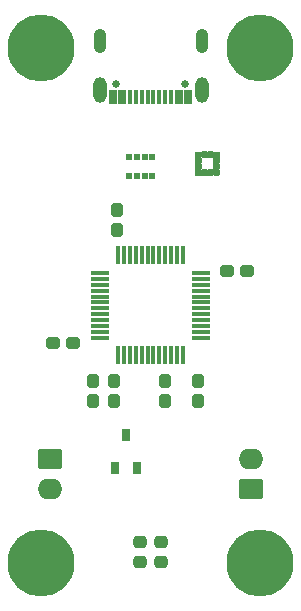
<source format=gts>
%TF.GenerationSoftware,KiCad,Pcbnew,7.0.2*%
%TF.CreationDate,2023-08-12T21:53:35+01:00*%
%TF.ProjectId,lil-flite,6c696c2d-666c-4697-9465-2e6b69636164,rev?*%
%TF.SameCoordinates,Original*%
%TF.FileFunction,Soldermask,Top*%
%TF.FilePolarity,Negative*%
%FSLAX46Y46*%
G04 Gerber Fmt 4.6, Leading zero omitted, Abs format (unit mm)*
G04 Created by KiCad (PCBNEW 7.0.2) date 2023-08-12 21:53:35*
%MOMM*%
%LPD*%
G01*
G04 APERTURE LIST*
G04 Aperture macros list*
%AMRoundRect*
0 Rectangle with rounded corners*
0 $1 Rounding radius*
0 $2 $3 $4 $5 $6 $7 $8 $9 X,Y pos of 4 corners*
0 Add a 4 corners polygon primitive as box body*
4,1,4,$2,$3,$4,$5,$6,$7,$8,$9,$2,$3,0*
0 Add four circle primitives for the rounded corners*
1,1,$1+$1,$2,$3*
1,1,$1+$1,$4,$5*
1,1,$1+$1,$6,$7*
1,1,$1+$1,$8,$9*
0 Add four rect primitives between the rounded corners*
20,1,$1+$1,$2,$3,$4,$5,0*
20,1,$1+$1,$4,$5,$6,$7,0*
20,1,$1+$1,$6,$7,$8,$9,0*
20,1,$1+$1,$8,$9,$2,$3,0*%
G04 Aperture macros list end*
%ADD10C,0.010000*%
%ADD11C,3.676000*%
%ADD12C,5.676000*%
%ADD13RoundRect,0.038000X0.150000X0.737500X-0.150000X0.737500X-0.150000X-0.737500X0.150000X-0.737500X0*%
%ADD14RoundRect,0.038000X0.737500X-0.150000X0.737500X0.150000X-0.737500X0.150000X-0.737500X-0.150000X0*%
%ADD15RoundRect,0.038000X0.175000X-0.250000X0.175000X0.250000X-0.175000X0.250000X-0.175000X-0.250000X0*%
%ADD16RoundRect,0.038000X0.300000X0.450000X-0.300000X0.450000X-0.300000X-0.450000X0.300000X-0.450000X0*%
%ADD17RoundRect,0.288000X0.750000X-0.600000X0.750000X0.600000X-0.750000X0.600000X-0.750000X-0.600000X0*%
%ADD18O,2.076000X1.776000*%
%ADD19RoundRect,0.288000X-0.750000X0.600000X-0.750000X-0.600000X0.750000X-0.600000X0.750000X0.600000X0*%
%ADD20C,0.650000*%
%ADD21RoundRect,0.038000X0.300000X0.575000X-0.300000X0.575000X-0.300000X-0.575000X0.300000X-0.575000X0*%
%ADD22RoundRect,0.038000X0.150000X0.575000X-0.150000X0.575000X-0.150000X-0.575000X0.150000X-0.575000X0*%
%ADD23O,1.126000X2.176000*%
%ADD24O,1.076000X2.076000*%
%ADD25RoundRect,0.275500X-0.287500X-0.237500X0.287500X-0.237500X0.287500X0.237500X-0.287500X0.237500X0*%
%ADD26RoundRect,0.275500X0.237500X-0.300000X0.237500X0.300000X-0.237500X0.300000X-0.237500X-0.300000X0*%
%ADD27RoundRect,0.275500X-0.237500X0.300000X-0.237500X-0.300000X0.237500X-0.300000X0.237500X0.300000X0*%
%ADD28RoundRect,0.275500X-0.300000X-0.237500X0.300000X-0.237500X0.300000X0.237500X-0.300000X0.237500X0*%
%ADD29RoundRect,0.275500X0.300000X0.237500X-0.300000X0.237500X-0.300000X-0.237500X0.300000X-0.237500X0*%
G04 APERTURE END LIST*
%TO.C,U302*%
D10*
X116653000Y-61980000D02*
X116658000Y-61980000D01*
X116664000Y-61982000D01*
X116669000Y-61983000D01*
X116675000Y-61985000D01*
X116680000Y-61987000D01*
X116685000Y-61989000D01*
X116690000Y-61991000D01*
X116695000Y-61994000D01*
X116700000Y-61997000D01*
X116704000Y-62000000D01*
X116709000Y-62004000D01*
X116713000Y-62008000D01*
X116717000Y-62012000D01*
X116721000Y-62016000D01*
X116724000Y-62020000D01*
X116728000Y-62025000D01*
X116731000Y-62029000D01*
X116734000Y-62034000D01*
X116736000Y-62039000D01*
X116739000Y-62044000D01*
X116741000Y-62050000D01*
X116743000Y-62055000D01*
X116744000Y-62060000D01*
X116745000Y-62066000D01*
X116746000Y-62072000D01*
X116747000Y-62077000D01*
X116747000Y-62083000D01*
X116747000Y-62088000D01*
X116747000Y-62094000D01*
X116747000Y-62314000D01*
X116747000Y-62320000D01*
X116747000Y-62325000D01*
X116747000Y-62331000D01*
X116746000Y-62336000D01*
X116745000Y-62342000D01*
X116744000Y-62348000D01*
X116743000Y-62353000D01*
X116741000Y-62358000D01*
X116739000Y-62364000D01*
X116736000Y-62369000D01*
X116734000Y-62374000D01*
X116731000Y-62379000D01*
X116728000Y-62383000D01*
X116724000Y-62388000D01*
X116721000Y-62392000D01*
X116717000Y-62396000D01*
X116713000Y-62400000D01*
X116709000Y-62404000D01*
X116704000Y-62408000D01*
X116700000Y-62411000D01*
X116695000Y-62414000D01*
X116690000Y-62417000D01*
X116685000Y-62419000D01*
X116680000Y-62421000D01*
X116675000Y-62423000D01*
X116669000Y-62425000D01*
X116664000Y-62426000D01*
X116658000Y-62428000D01*
X116653000Y-62428000D01*
X116647000Y-62429000D01*
X116347000Y-62429000D01*
X116341000Y-62428000D01*
X116336000Y-62428000D01*
X116330000Y-62426000D01*
X116325000Y-62425000D01*
X116319000Y-62423000D01*
X116314000Y-62421000D01*
X116309000Y-62419000D01*
X116304000Y-62417000D01*
X116299000Y-62414000D01*
X116294000Y-62411000D01*
X116290000Y-62408000D01*
X116285000Y-62404000D01*
X116281000Y-62400000D01*
X116277000Y-62396000D01*
X116273000Y-62392000D01*
X116270000Y-62388000D01*
X116266000Y-62383000D01*
X116263000Y-62379000D01*
X116260000Y-62374000D01*
X116258000Y-62369000D01*
X116255000Y-62364000D01*
X116253000Y-62358000D01*
X116251000Y-62353000D01*
X116250000Y-62348000D01*
X116249000Y-62342000D01*
X116248000Y-62336000D01*
X116247000Y-62331000D01*
X116247000Y-62325000D01*
X116247000Y-62320000D01*
X116247000Y-62314000D01*
X116247000Y-62094000D01*
X116247000Y-62088000D01*
X116247000Y-62083000D01*
X116247000Y-62077000D01*
X116248000Y-62072000D01*
X116249000Y-62066000D01*
X116250000Y-62060000D01*
X116251000Y-62055000D01*
X116253000Y-62050000D01*
X116255000Y-62044000D01*
X116258000Y-62039000D01*
X116260000Y-62034000D01*
X116263000Y-62029000D01*
X116266000Y-62025000D01*
X116270000Y-62020000D01*
X116273000Y-62016000D01*
X116277000Y-62012000D01*
X116281000Y-62008000D01*
X116285000Y-62004000D01*
X116290000Y-62000000D01*
X116294000Y-61997000D01*
X116299000Y-61994000D01*
X116304000Y-61991000D01*
X116309000Y-61989000D01*
X116314000Y-61987000D01*
X116319000Y-61985000D01*
X116325000Y-61983000D01*
X116330000Y-61982000D01*
X116336000Y-61980000D01*
X116341000Y-61980000D01*
X116347000Y-61979000D01*
X116647000Y-61979000D01*
X116653000Y-61980000D01*
G36*
X116653000Y-61980000D02*
G01*
X116658000Y-61980000D01*
X116664000Y-61982000D01*
X116669000Y-61983000D01*
X116675000Y-61985000D01*
X116680000Y-61987000D01*
X116685000Y-61989000D01*
X116690000Y-61991000D01*
X116695000Y-61994000D01*
X116700000Y-61997000D01*
X116704000Y-62000000D01*
X116709000Y-62004000D01*
X116713000Y-62008000D01*
X116717000Y-62012000D01*
X116721000Y-62016000D01*
X116724000Y-62020000D01*
X116728000Y-62025000D01*
X116731000Y-62029000D01*
X116734000Y-62034000D01*
X116736000Y-62039000D01*
X116739000Y-62044000D01*
X116741000Y-62050000D01*
X116743000Y-62055000D01*
X116744000Y-62060000D01*
X116745000Y-62066000D01*
X116746000Y-62072000D01*
X116747000Y-62077000D01*
X116747000Y-62083000D01*
X116747000Y-62088000D01*
X116747000Y-62094000D01*
X116747000Y-62314000D01*
X116747000Y-62320000D01*
X116747000Y-62325000D01*
X116747000Y-62331000D01*
X116746000Y-62336000D01*
X116745000Y-62342000D01*
X116744000Y-62348000D01*
X116743000Y-62353000D01*
X116741000Y-62358000D01*
X116739000Y-62364000D01*
X116736000Y-62369000D01*
X116734000Y-62374000D01*
X116731000Y-62379000D01*
X116728000Y-62383000D01*
X116724000Y-62388000D01*
X116721000Y-62392000D01*
X116717000Y-62396000D01*
X116713000Y-62400000D01*
X116709000Y-62404000D01*
X116704000Y-62408000D01*
X116700000Y-62411000D01*
X116695000Y-62414000D01*
X116690000Y-62417000D01*
X116685000Y-62419000D01*
X116680000Y-62421000D01*
X116675000Y-62423000D01*
X116669000Y-62425000D01*
X116664000Y-62426000D01*
X116658000Y-62428000D01*
X116653000Y-62428000D01*
X116647000Y-62429000D01*
X116347000Y-62429000D01*
X116341000Y-62428000D01*
X116336000Y-62428000D01*
X116330000Y-62426000D01*
X116325000Y-62425000D01*
X116319000Y-62423000D01*
X116314000Y-62421000D01*
X116309000Y-62419000D01*
X116304000Y-62417000D01*
X116299000Y-62414000D01*
X116294000Y-62411000D01*
X116290000Y-62408000D01*
X116285000Y-62404000D01*
X116281000Y-62400000D01*
X116277000Y-62396000D01*
X116273000Y-62392000D01*
X116270000Y-62388000D01*
X116266000Y-62383000D01*
X116263000Y-62379000D01*
X116260000Y-62374000D01*
X116258000Y-62369000D01*
X116255000Y-62364000D01*
X116253000Y-62358000D01*
X116251000Y-62353000D01*
X116250000Y-62348000D01*
X116249000Y-62342000D01*
X116248000Y-62336000D01*
X116247000Y-62331000D01*
X116247000Y-62325000D01*
X116247000Y-62320000D01*
X116247000Y-62314000D01*
X116247000Y-62094000D01*
X116247000Y-62088000D01*
X116247000Y-62083000D01*
X116247000Y-62077000D01*
X116248000Y-62072000D01*
X116249000Y-62066000D01*
X116250000Y-62060000D01*
X116251000Y-62055000D01*
X116253000Y-62050000D01*
X116255000Y-62044000D01*
X116258000Y-62039000D01*
X116260000Y-62034000D01*
X116263000Y-62029000D01*
X116266000Y-62025000D01*
X116270000Y-62020000D01*
X116273000Y-62016000D01*
X116277000Y-62012000D01*
X116281000Y-62008000D01*
X116285000Y-62004000D01*
X116290000Y-62000000D01*
X116294000Y-61997000D01*
X116299000Y-61994000D01*
X116304000Y-61991000D01*
X116309000Y-61989000D01*
X116314000Y-61987000D01*
X116319000Y-61985000D01*
X116325000Y-61983000D01*
X116330000Y-61982000D01*
X116336000Y-61980000D01*
X116341000Y-61980000D01*
X116347000Y-61979000D01*
X116647000Y-61979000D01*
X116653000Y-61980000D01*
G37*
X116653000Y-63480000D02*
X116658000Y-63480000D01*
X116664000Y-63482000D01*
X116669000Y-63483000D01*
X116675000Y-63485000D01*
X116680000Y-63487000D01*
X116685000Y-63489000D01*
X116690000Y-63491000D01*
X116695000Y-63494000D01*
X116700000Y-63497000D01*
X116704000Y-63500000D01*
X116709000Y-63504000D01*
X116713000Y-63508000D01*
X116717000Y-63512000D01*
X116721000Y-63516000D01*
X116724000Y-63520000D01*
X116728000Y-63525000D01*
X116731000Y-63529000D01*
X116734000Y-63534000D01*
X116736000Y-63539000D01*
X116739000Y-63544000D01*
X116741000Y-63550000D01*
X116743000Y-63555000D01*
X116744000Y-63560000D01*
X116745000Y-63566000D01*
X116746000Y-63572000D01*
X116747000Y-63577000D01*
X116747000Y-63583000D01*
X116747000Y-63588000D01*
X116747000Y-63594000D01*
X116747000Y-63814000D01*
X116747000Y-63820000D01*
X116747000Y-63825000D01*
X116747000Y-63831000D01*
X116746000Y-63836000D01*
X116745000Y-63842000D01*
X116744000Y-63848000D01*
X116743000Y-63853000D01*
X116741000Y-63858000D01*
X116739000Y-63864000D01*
X116736000Y-63869000D01*
X116734000Y-63874000D01*
X116731000Y-63879000D01*
X116728000Y-63883000D01*
X116724000Y-63888000D01*
X116721000Y-63892000D01*
X116717000Y-63896000D01*
X116713000Y-63900000D01*
X116709000Y-63904000D01*
X116704000Y-63908000D01*
X116700000Y-63911000D01*
X116695000Y-63914000D01*
X116690000Y-63917000D01*
X116685000Y-63919000D01*
X116680000Y-63921000D01*
X116675000Y-63923000D01*
X116669000Y-63925000D01*
X116664000Y-63926000D01*
X116658000Y-63928000D01*
X116653000Y-63928000D01*
X116647000Y-63929000D01*
X116347000Y-63929000D01*
X116341000Y-63928000D01*
X116336000Y-63928000D01*
X116330000Y-63926000D01*
X116325000Y-63925000D01*
X116319000Y-63923000D01*
X116314000Y-63921000D01*
X116309000Y-63919000D01*
X116304000Y-63917000D01*
X116299000Y-63914000D01*
X116294000Y-63911000D01*
X116290000Y-63908000D01*
X116285000Y-63904000D01*
X116281000Y-63900000D01*
X116277000Y-63896000D01*
X116273000Y-63892000D01*
X116270000Y-63888000D01*
X116266000Y-63883000D01*
X116263000Y-63879000D01*
X116260000Y-63874000D01*
X116258000Y-63869000D01*
X116255000Y-63864000D01*
X116253000Y-63858000D01*
X116251000Y-63853000D01*
X116250000Y-63848000D01*
X116249000Y-63842000D01*
X116248000Y-63836000D01*
X116247000Y-63831000D01*
X116247000Y-63825000D01*
X116247000Y-63820000D01*
X116247000Y-63814000D01*
X116247000Y-63594000D01*
X116247000Y-63588000D01*
X116247000Y-63583000D01*
X116247000Y-63577000D01*
X116248000Y-63572000D01*
X116249000Y-63566000D01*
X116250000Y-63560000D01*
X116251000Y-63555000D01*
X116253000Y-63550000D01*
X116255000Y-63544000D01*
X116258000Y-63539000D01*
X116260000Y-63534000D01*
X116263000Y-63529000D01*
X116266000Y-63525000D01*
X116270000Y-63520000D01*
X116273000Y-63516000D01*
X116277000Y-63512000D01*
X116281000Y-63508000D01*
X116285000Y-63504000D01*
X116290000Y-63500000D01*
X116294000Y-63497000D01*
X116299000Y-63494000D01*
X116304000Y-63491000D01*
X116309000Y-63489000D01*
X116314000Y-63487000D01*
X116319000Y-63485000D01*
X116325000Y-63483000D01*
X116330000Y-63482000D01*
X116336000Y-63480000D01*
X116341000Y-63480000D01*
X116347000Y-63479000D01*
X116647000Y-63479000D01*
X116653000Y-63480000D01*
G36*
X116653000Y-63480000D02*
G01*
X116658000Y-63480000D01*
X116664000Y-63482000D01*
X116669000Y-63483000D01*
X116675000Y-63485000D01*
X116680000Y-63487000D01*
X116685000Y-63489000D01*
X116690000Y-63491000D01*
X116695000Y-63494000D01*
X116700000Y-63497000D01*
X116704000Y-63500000D01*
X116709000Y-63504000D01*
X116713000Y-63508000D01*
X116717000Y-63512000D01*
X116721000Y-63516000D01*
X116724000Y-63520000D01*
X116728000Y-63525000D01*
X116731000Y-63529000D01*
X116734000Y-63534000D01*
X116736000Y-63539000D01*
X116739000Y-63544000D01*
X116741000Y-63550000D01*
X116743000Y-63555000D01*
X116744000Y-63560000D01*
X116745000Y-63566000D01*
X116746000Y-63572000D01*
X116747000Y-63577000D01*
X116747000Y-63583000D01*
X116747000Y-63588000D01*
X116747000Y-63594000D01*
X116747000Y-63814000D01*
X116747000Y-63820000D01*
X116747000Y-63825000D01*
X116747000Y-63831000D01*
X116746000Y-63836000D01*
X116745000Y-63842000D01*
X116744000Y-63848000D01*
X116743000Y-63853000D01*
X116741000Y-63858000D01*
X116739000Y-63864000D01*
X116736000Y-63869000D01*
X116734000Y-63874000D01*
X116731000Y-63879000D01*
X116728000Y-63883000D01*
X116724000Y-63888000D01*
X116721000Y-63892000D01*
X116717000Y-63896000D01*
X116713000Y-63900000D01*
X116709000Y-63904000D01*
X116704000Y-63908000D01*
X116700000Y-63911000D01*
X116695000Y-63914000D01*
X116690000Y-63917000D01*
X116685000Y-63919000D01*
X116680000Y-63921000D01*
X116675000Y-63923000D01*
X116669000Y-63925000D01*
X116664000Y-63926000D01*
X116658000Y-63928000D01*
X116653000Y-63928000D01*
X116647000Y-63929000D01*
X116347000Y-63929000D01*
X116341000Y-63928000D01*
X116336000Y-63928000D01*
X116330000Y-63926000D01*
X116325000Y-63925000D01*
X116319000Y-63923000D01*
X116314000Y-63921000D01*
X116309000Y-63919000D01*
X116304000Y-63917000D01*
X116299000Y-63914000D01*
X116294000Y-63911000D01*
X116290000Y-63908000D01*
X116285000Y-63904000D01*
X116281000Y-63900000D01*
X116277000Y-63896000D01*
X116273000Y-63892000D01*
X116270000Y-63888000D01*
X116266000Y-63883000D01*
X116263000Y-63879000D01*
X116260000Y-63874000D01*
X116258000Y-63869000D01*
X116255000Y-63864000D01*
X116253000Y-63858000D01*
X116251000Y-63853000D01*
X116250000Y-63848000D01*
X116249000Y-63842000D01*
X116248000Y-63836000D01*
X116247000Y-63831000D01*
X116247000Y-63825000D01*
X116247000Y-63820000D01*
X116247000Y-63814000D01*
X116247000Y-63594000D01*
X116247000Y-63588000D01*
X116247000Y-63583000D01*
X116247000Y-63577000D01*
X116248000Y-63572000D01*
X116249000Y-63566000D01*
X116250000Y-63560000D01*
X116251000Y-63555000D01*
X116253000Y-63550000D01*
X116255000Y-63544000D01*
X116258000Y-63539000D01*
X116260000Y-63534000D01*
X116263000Y-63529000D01*
X116266000Y-63525000D01*
X116270000Y-63520000D01*
X116273000Y-63516000D01*
X116277000Y-63512000D01*
X116281000Y-63508000D01*
X116285000Y-63504000D01*
X116290000Y-63500000D01*
X116294000Y-63497000D01*
X116299000Y-63494000D01*
X116304000Y-63491000D01*
X116309000Y-63489000D01*
X116314000Y-63487000D01*
X116319000Y-63485000D01*
X116325000Y-63483000D01*
X116330000Y-63482000D01*
X116336000Y-63480000D01*
X116341000Y-63480000D01*
X116347000Y-63479000D01*
X116647000Y-63479000D01*
X116653000Y-63480000D01*
G37*
X116663000Y-62480000D02*
X116668000Y-62480000D01*
X116674000Y-62482000D01*
X116679000Y-62483000D01*
X116685000Y-62485000D01*
X116690000Y-62487000D01*
X116695000Y-62489000D01*
X116700000Y-62491000D01*
X116705000Y-62494000D01*
X116710000Y-62497000D01*
X116714000Y-62500000D01*
X116719000Y-62504000D01*
X116723000Y-62508000D01*
X116727000Y-62512000D01*
X116731000Y-62516000D01*
X116734000Y-62520000D01*
X116738000Y-62525000D01*
X116741000Y-62529000D01*
X116744000Y-62534000D01*
X116746000Y-62539000D01*
X116749000Y-62544000D01*
X116751000Y-62550000D01*
X116753000Y-62555000D01*
X116754000Y-62560000D01*
X116755000Y-62566000D01*
X116756000Y-62572000D01*
X116757000Y-62577000D01*
X116757000Y-62583000D01*
X116757000Y-62588000D01*
X116757000Y-62594000D01*
X116757000Y-62814000D01*
X116757000Y-62820000D01*
X116757000Y-62825000D01*
X116757000Y-62831000D01*
X116756000Y-62836000D01*
X116755000Y-62842000D01*
X116754000Y-62848000D01*
X116753000Y-62853000D01*
X116751000Y-62858000D01*
X116749000Y-62864000D01*
X116746000Y-62869000D01*
X116744000Y-62874000D01*
X116741000Y-62879000D01*
X116738000Y-62883000D01*
X116734000Y-62888000D01*
X116731000Y-62892000D01*
X116727000Y-62896000D01*
X116723000Y-62900000D01*
X116719000Y-62904000D01*
X116714000Y-62908000D01*
X116710000Y-62911000D01*
X116705000Y-62914000D01*
X116700000Y-62917000D01*
X116695000Y-62919000D01*
X116690000Y-62921000D01*
X116685000Y-62923000D01*
X116679000Y-62925000D01*
X116674000Y-62926000D01*
X116668000Y-62928000D01*
X116663000Y-62928000D01*
X116657000Y-62929000D01*
X116357000Y-62929000D01*
X116351000Y-62928000D01*
X116346000Y-62928000D01*
X116340000Y-62926000D01*
X116335000Y-62925000D01*
X116329000Y-62923000D01*
X116324000Y-62921000D01*
X116319000Y-62919000D01*
X116314000Y-62917000D01*
X116309000Y-62914000D01*
X116304000Y-62911000D01*
X116300000Y-62908000D01*
X116295000Y-62904000D01*
X116291000Y-62900000D01*
X116287000Y-62896000D01*
X116283000Y-62892000D01*
X116280000Y-62888000D01*
X116276000Y-62883000D01*
X116273000Y-62879000D01*
X116270000Y-62874000D01*
X116268000Y-62869000D01*
X116265000Y-62864000D01*
X116263000Y-62858000D01*
X116261000Y-62853000D01*
X116260000Y-62848000D01*
X116259000Y-62842000D01*
X116258000Y-62836000D01*
X116257000Y-62831000D01*
X116257000Y-62825000D01*
X116257000Y-62820000D01*
X116257000Y-62814000D01*
X116257000Y-62594000D01*
X116257000Y-62588000D01*
X116257000Y-62583000D01*
X116257000Y-62577000D01*
X116258000Y-62572000D01*
X116259000Y-62566000D01*
X116260000Y-62560000D01*
X116261000Y-62555000D01*
X116263000Y-62550000D01*
X116265000Y-62544000D01*
X116268000Y-62539000D01*
X116270000Y-62534000D01*
X116273000Y-62529000D01*
X116276000Y-62525000D01*
X116280000Y-62520000D01*
X116283000Y-62516000D01*
X116287000Y-62512000D01*
X116291000Y-62508000D01*
X116295000Y-62504000D01*
X116300000Y-62500000D01*
X116304000Y-62497000D01*
X116309000Y-62494000D01*
X116314000Y-62491000D01*
X116319000Y-62489000D01*
X116324000Y-62487000D01*
X116329000Y-62485000D01*
X116335000Y-62483000D01*
X116340000Y-62482000D01*
X116346000Y-62480000D01*
X116351000Y-62480000D01*
X116357000Y-62479000D01*
X116657000Y-62479000D01*
X116663000Y-62480000D01*
G36*
X116663000Y-62480000D02*
G01*
X116668000Y-62480000D01*
X116674000Y-62482000D01*
X116679000Y-62483000D01*
X116685000Y-62485000D01*
X116690000Y-62487000D01*
X116695000Y-62489000D01*
X116700000Y-62491000D01*
X116705000Y-62494000D01*
X116710000Y-62497000D01*
X116714000Y-62500000D01*
X116719000Y-62504000D01*
X116723000Y-62508000D01*
X116727000Y-62512000D01*
X116731000Y-62516000D01*
X116734000Y-62520000D01*
X116738000Y-62525000D01*
X116741000Y-62529000D01*
X116744000Y-62534000D01*
X116746000Y-62539000D01*
X116749000Y-62544000D01*
X116751000Y-62550000D01*
X116753000Y-62555000D01*
X116754000Y-62560000D01*
X116755000Y-62566000D01*
X116756000Y-62572000D01*
X116757000Y-62577000D01*
X116757000Y-62583000D01*
X116757000Y-62588000D01*
X116757000Y-62594000D01*
X116757000Y-62814000D01*
X116757000Y-62820000D01*
X116757000Y-62825000D01*
X116757000Y-62831000D01*
X116756000Y-62836000D01*
X116755000Y-62842000D01*
X116754000Y-62848000D01*
X116753000Y-62853000D01*
X116751000Y-62858000D01*
X116749000Y-62864000D01*
X116746000Y-62869000D01*
X116744000Y-62874000D01*
X116741000Y-62879000D01*
X116738000Y-62883000D01*
X116734000Y-62888000D01*
X116731000Y-62892000D01*
X116727000Y-62896000D01*
X116723000Y-62900000D01*
X116719000Y-62904000D01*
X116714000Y-62908000D01*
X116710000Y-62911000D01*
X116705000Y-62914000D01*
X116700000Y-62917000D01*
X116695000Y-62919000D01*
X116690000Y-62921000D01*
X116685000Y-62923000D01*
X116679000Y-62925000D01*
X116674000Y-62926000D01*
X116668000Y-62928000D01*
X116663000Y-62928000D01*
X116657000Y-62929000D01*
X116357000Y-62929000D01*
X116351000Y-62928000D01*
X116346000Y-62928000D01*
X116340000Y-62926000D01*
X116335000Y-62925000D01*
X116329000Y-62923000D01*
X116324000Y-62921000D01*
X116319000Y-62919000D01*
X116314000Y-62917000D01*
X116309000Y-62914000D01*
X116304000Y-62911000D01*
X116300000Y-62908000D01*
X116295000Y-62904000D01*
X116291000Y-62900000D01*
X116287000Y-62896000D01*
X116283000Y-62892000D01*
X116280000Y-62888000D01*
X116276000Y-62883000D01*
X116273000Y-62879000D01*
X116270000Y-62874000D01*
X116268000Y-62869000D01*
X116265000Y-62864000D01*
X116263000Y-62858000D01*
X116261000Y-62853000D01*
X116260000Y-62848000D01*
X116259000Y-62842000D01*
X116258000Y-62836000D01*
X116257000Y-62831000D01*
X116257000Y-62825000D01*
X116257000Y-62820000D01*
X116257000Y-62814000D01*
X116257000Y-62594000D01*
X116257000Y-62588000D01*
X116257000Y-62583000D01*
X116257000Y-62577000D01*
X116258000Y-62572000D01*
X116259000Y-62566000D01*
X116260000Y-62560000D01*
X116261000Y-62555000D01*
X116263000Y-62550000D01*
X116265000Y-62544000D01*
X116268000Y-62539000D01*
X116270000Y-62534000D01*
X116273000Y-62529000D01*
X116276000Y-62525000D01*
X116280000Y-62520000D01*
X116283000Y-62516000D01*
X116287000Y-62512000D01*
X116291000Y-62508000D01*
X116295000Y-62504000D01*
X116300000Y-62500000D01*
X116304000Y-62497000D01*
X116309000Y-62494000D01*
X116314000Y-62491000D01*
X116319000Y-62489000D01*
X116324000Y-62487000D01*
X116329000Y-62485000D01*
X116335000Y-62483000D01*
X116340000Y-62482000D01*
X116346000Y-62480000D01*
X116351000Y-62480000D01*
X116357000Y-62479000D01*
X116657000Y-62479000D01*
X116663000Y-62480000D01*
G37*
X116663000Y-62980000D02*
X116668000Y-62980000D01*
X116674000Y-62982000D01*
X116679000Y-62983000D01*
X116685000Y-62985000D01*
X116690000Y-62987000D01*
X116695000Y-62989000D01*
X116700000Y-62991000D01*
X116705000Y-62994000D01*
X116710000Y-62997000D01*
X116714000Y-63000000D01*
X116719000Y-63004000D01*
X116723000Y-63008000D01*
X116727000Y-63012000D01*
X116731000Y-63016000D01*
X116734000Y-63020000D01*
X116738000Y-63025000D01*
X116741000Y-63029000D01*
X116744000Y-63034000D01*
X116746000Y-63039000D01*
X116749000Y-63044000D01*
X116751000Y-63050000D01*
X116753000Y-63055000D01*
X116754000Y-63060000D01*
X116755000Y-63066000D01*
X116756000Y-63072000D01*
X116757000Y-63077000D01*
X116757000Y-63083000D01*
X116757000Y-63088000D01*
X116757000Y-63094000D01*
X116757000Y-63314000D01*
X116757000Y-63320000D01*
X116757000Y-63325000D01*
X116757000Y-63331000D01*
X116756000Y-63336000D01*
X116755000Y-63342000D01*
X116754000Y-63348000D01*
X116753000Y-63353000D01*
X116751000Y-63358000D01*
X116749000Y-63364000D01*
X116746000Y-63369000D01*
X116744000Y-63374000D01*
X116741000Y-63379000D01*
X116738000Y-63383000D01*
X116734000Y-63388000D01*
X116731000Y-63392000D01*
X116727000Y-63396000D01*
X116723000Y-63400000D01*
X116719000Y-63404000D01*
X116714000Y-63408000D01*
X116710000Y-63411000D01*
X116705000Y-63414000D01*
X116700000Y-63417000D01*
X116695000Y-63419000D01*
X116690000Y-63421000D01*
X116685000Y-63423000D01*
X116679000Y-63425000D01*
X116674000Y-63426000D01*
X116668000Y-63428000D01*
X116663000Y-63428000D01*
X116657000Y-63429000D01*
X116357000Y-63429000D01*
X116351000Y-63428000D01*
X116346000Y-63428000D01*
X116340000Y-63426000D01*
X116335000Y-63425000D01*
X116329000Y-63423000D01*
X116324000Y-63421000D01*
X116319000Y-63419000D01*
X116314000Y-63417000D01*
X116309000Y-63414000D01*
X116304000Y-63411000D01*
X116300000Y-63408000D01*
X116295000Y-63404000D01*
X116291000Y-63400000D01*
X116287000Y-63396000D01*
X116283000Y-63392000D01*
X116280000Y-63388000D01*
X116276000Y-63383000D01*
X116273000Y-63379000D01*
X116270000Y-63374000D01*
X116268000Y-63369000D01*
X116265000Y-63364000D01*
X116263000Y-63358000D01*
X116261000Y-63353000D01*
X116260000Y-63348000D01*
X116259000Y-63342000D01*
X116258000Y-63336000D01*
X116257000Y-63331000D01*
X116257000Y-63325000D01*
X116257000Y-63320000D01*
X116257000Y-63314000D01*
X116257000Y-63094000D01*
X116257000Y-63088000D01*
X116257000Y-63083000D01*
X116257000Y-63077000D01*
X116258000Y-63072000D01*
X116259000Y-63066000D01*
X116260000Y-63060000D01*
X116261000Y-63055000D01*
X116263000Y-63050000D01*
X116265000Y-63044000D01*
X116268000Y-63039000D01*
X116270000Y-63034000D01*
X116273000Y-63029000D01*
X116276000Y-63025000D01*
X116280000Y-63020000D01*
X116283000Y-63016000D01*
X116287000Y-63012000D01*
X116291000Y-63008000D01*
X116295000Y-63004000D01*
X116300000Y-63000000D01*
X116304000Y-62997000D01*
X116309000Y-62994000D01*
X116314000Y-62991000D01*
X116319000Y-62989000D01*
X116324000Y-62987000D01*
X116329000Y-62985000D01*
X116335000Y-62983000D01*
X116340000Y-62982000D01*
X116346000Y-62980000D01*
X116351000Y-62980000D01*
X116357000Y-62979000D01*
X116657000Y-62979000D01*
X116663000Y-62980000D01*
G36*
X116663000Y-62980000D02*
G01*
X116668000Y-62980000D01*
X116674000Y-62982000D01*
X116679000Y-62983000D01*
X116685000Y-62985000D01*
X116690000Y-62987000D01*
X116695000Y-62989000D01*
X116700000Y-62991000D01*
X116705000Y-62994000D01*
X116710000Y-62997000D01*
X116714000Y-63000000D01*
X116719000Y-63004000D01*
X116723000Y-63008000D01*
X116727000Y-63012000D01*
X116731000Y-63016000D01*
X116734000Y-63020000D01*
X116738000Y-63025000D01*
X116741000Y-63029000D01*
X116744000Y-63034000D01*
X116746000Y-63039000D01*
X116749000Y-63044000D01*
X116751000Y-63050000D01*
X116753000Y-63055000D01*
X116754000Y-63060000D01*
X116755000Y-63066000D01*
X116756000Y-63072000D01*
X116757000Y-63077000D01*
X116757000Y-63083000D01*
X116757000Y-63088000D01*
X116757000Y-63094000D01*
X116757000Y-63314000D01*
X116757000Y-63320000D01*
X116757000Y-63325000D01*
X116757000Y-63331000D01*
X116756000Y-63336000D01*
X116755000Y-63342000D01*
X116754000Y-63348000D01*
X116753000Y-63353000D01*
X116751000Y-63358000D01*
X116749000Y-63364000D01*
X116746000Y-63369000D01*
X116744000Y-63374000D01*
X116741000Y-63379000D01*
X116738000Y-63383000D01*
X116734000Y-63388000D01*
X116731000Y-63392000D01*
X116727000Y-63396000D01*
X116723000Y-63400000D01*
X116719000Y-63404000D01*
X116714000Y-63408000D01*
X116710000Y-63411000D01*
X116705000Y-63414000D01*
X116700000Y-63417000D01*
X116695000Y-63419000D01*
X116690000Y-63421000D01*
X116685000Y-63423000D01*
X116679000Y-63425000D01*
X116674000Y-63426000D01*
X116668000Y-63428000D01*
X116663000Y-63428000D01*
X116657000Y-63429000D01*
X116357000Y-63429000D01*
X116351000Y-63428000D01*
X116346000Y-63428000D01*
X116340000Y-63426000D01*
X116335000Y-63425000D01*
X116329000Y-63423000D01*
X116324000Y-63421000D01*
X116319000Y-63419000D01*
X116314000Y-63417000D01*
X116309000Y-63414000D01*
X116304000Y-63411000D01*
X116300000Y-63408000D01*
X116295000Y-63404000D01*
X116291000Y-63400000D01*
X116287000Y-63396000D01*
X116283000Y-63392000D01*
X116280000Y-63388000D01*
X116276000Y-63383000D01*
X116273000Y-63379000D01*
X116270000Y-63374000D01*
X116268000Y-63369000D01*
X116265000Y-63364000D01*
X116263000Y-63358000D01*
X116261000Y-63353000D01*
X116260000Y-63348000D01*
X116259000Y-63342000D01*
X116258000Y-63336000D01*
X116257000Y-63331000D01*
X116257000Y-63325000D01*
X116257000Y-63320000D01*
X116257000Y-63314000D01*
X116257000Y-63094000D01*
X116257000Y-63088000D01*
X116257000Y-63083000D01*
X116257000Y-63077000D01*
X116258000Y-63072000D01*
X116259000Y-63066000D01*
X116260000Y-63060000D01*
X116261000Y-63055000D01*
X116263000Y-63050000D01*
X116265000Y-63044000D01*
X116268000Y-63039000D01*
X116270000Y-63034000D01*
X116273000Y-63029000D01*
X116276000Y-63025000D01*
X116280000Y-63020000D01*
X116283000Y-63016000D01*
X116287000Y-63012000D01*
X116291000Y-63008000D01*
X116295000Y-63004000D01*
X116300000Y-63000000D01*
X116304000Y-62997000D01*
X116309000Y-62994000D01*
X116314000Y-62991000D01*
X116319000Y-62989000D01*
X116324000Y-62987000D01*
X116329000Y-62985000D01*
X116335000Y-62983000D01*
X116340000Y-62982000D01*
X116346000Y-62980000D01*
X116351000Y-62980000D01*
X116357000Y-62979000D01*
X116657000Y-62979000D01*
X116663000Y-62980000D01*
G37*
X117154000Y-61940000D02*
X117160000Y-61941000D01*
X117166000Y-61942000D01*
X117171000Y-61943000D01*
X117176000Y-61945000D01*
X117182000Y-61947000D01*
X117187000Y-61950000D01*
X117192000Y-61952000D01*
X117197000Y-61955000D01*
X117201000Y-61958000D01*
X117206000Y-61962000D01*
X117210000Y-61965000D01*
X117214000Y-61969000D01*
X117218000Y-61973000D01*
X117222000Y-61977000D01*
X117226000Y-61982000D01*
X117229000Y-61986000D01*
X117232000Y-61991000D01*
X117235000Y-61996000D01*
X117237000Y-62001000D01*
X117239000Y-62006000D01*
X117241000Y-62011000D01*
X117243000Y-62017000D01*
X117244000Y-62022000D01*
X117246000Y-62028000D01*
X117246000Y-62033000D01*
X117247000Y-62039000D01*
X117247000Y-62339000D01*
X117246000Y-62345000D01*
X117246000Y-62350000D01*
X117244000Y-62356000D01*
X117243000Y-62361000D01*
X117241000Y-62367000D01*
X117239000Y-62372000D01*
X117237000Y-62377000D01*
X117235000Y-62382000D01*
X117232000Y-62387000D01*
X117229000Y-62392000D01*
X117226000Y-62396000D01*
X117222000Y-62401000D01*
X117218000Y-62405000D01*
X117214000Y-62409000D01*
X117210000Y-62413000D01*
X117206000Y-62416000D01*
X117201000Y-62420000D01*
X117197000Y-62423000D01*
X117192000Y-62426000D01*
X117187000Y-62428000D01*
X117182000Y-62431000D01*
X117176000Y-62433000D01*
X117171000Y-62435000D01*
X117166000Y-62436000D01*
X117160000Y-62437000D01*
X117154000Y-62438000D01*
X117149000Y-62439000D01*
X117143000Y-62439000D01*
X117138000Y-62439000D01*
X117132000Y-62439000D01*
X116912000Y-62439000D01*
X116906000Y-62439000D01*
X116901000Y-62439000D01*
X116895000Y-62439000D01*
X116890000Y-62438000D01*
X116884000Y-62437000D01*
X116878000Y-62436000D01*
X116873000Y-62435000D01*
X116868000Y-62433000D01*
X116862000Y-62431000D01*
X116857000Y-62428000D01*
X116852000Y-62426000D01*
X116847000Y-62423000D01*
X116843000Y-62420000D01*
X116838000Y-62416000D01*
X116834000Y-62413000D01*
X116830000Y-62409000D01*
X116826000Y-62405000D01*
X116822000Y-62401000D01*
X116818000Y-62396000D01*
X116815000Y-62392000D01*
X116812000Y-62387000D01*
X116809000Y-62382000D01*
X116807000Y-62377000D01*
X116805000Y-62372000D01*
X116803000Y-62367000D01*
X116801000Y-62361000D01*
X116800000Y-62356000D01*
X116798000Y-62350000D01*
X116798000Y-62345000D01*
X116797000Y-62339000D01*
X116797000Y-62039000D01*
X116798000Y-62033000D01*
X116798000Y-62028000D01*
X116800000Y-62022000D01*
X116801000Y-62017000D01*
X116803000Y-62011000D01*
X116805000Y-62006000D01*
X116807000Y-62001000D01*
X116809000Y-61996000D01*
X116812000Y-61991000D01*
X116815000Y-61986000D01*
X116818000Y-61982000D01*
X116822000Y-61977000D01*
X116826000Y-61973000D01*
X116830000Y-61969000D01*
X116834000Y-61965000D01*
X116838000Y-61962000D01*
X116843000Y-61958000D01*
X116847000Y-61955000D01*
X116852000Y-61952000D01*
X116857000Y-61950000D01*
X116862000Y-61947000D01*
X116868000Y-61945000D01*
X116873000Y-61943000D01*
X116878000Y-61942000D01*
X116884000Y-61941000D01*
X116890000Y-61940000D01*
X116895000Y-61939000D01*
X116901000Y-61939000D01*
X116906000Y-61939000D01*
X116912000Y-61939000D01*
X117132000Y-61939000D01*
X117138000Y-61939000D01*
X117143000Y-61939000D01*
X117149000Y-61939000D01*
X117154000Y-61940000D01*
G36*
X117154000Y-61940000D02*
G01*
X117160000Y-61941000D01*
X117166000Y-61942000D01*
X117171000Y-61943000D01*
X117176000Y-61945000D01*
X117182000Y-61947000D01*
X117187000Y-61950000D01*
X117192000Y-61952000D01*
X117197000Y-61955000D01*
X117201000Y-61958000D01*
X117206000Y-61962000D01*
X117210000Y-61965000D01*
X117214000Y-61969000D01*
X117218000Y-61973000D01*
X117222000Y-61977000D01*
X117226000Y-61982000D01*
X117229000Y-61986000D01*
X117232000Y-61991000D01*
X117235000Y-61996000D01*
X117237000Y-62001000D01*
X117239000Y-62006000D01*
X117241000Y-62011000D01*
X117243000Y-62017000D01*
X117244000Y-62022000D01*
X117246000Y-62028000D01*
X117246000Y-62033000D01*
X117247000Y-62039000D01*
X117247000Y-62339000D01*
X117246000Y-62345000D01*
X117246000Y-62350000D01*
X117244000Y-62356000D01*
X117243000Y-62361000D01*
X117241000Y-62367000D01*
X117239000Y-62372000D01*
X117237000Y-62377000D01*
X117235000Y-62382000D01*
X117232000Y-62387000D01*
X117229000Y-62392000D01*
X117226000Y-62396000D01*
X117222000Y-62401000D01*
X117218000Y-62405000D01*
X117214000Y-62409000D01*
X117210000Y-62413000D01*
X117206000Y-62416000D01*
X117201000Y-62420000D01*
X117197000Y-62423000D01*
X117192000Y-62426000D01*
X117187000Y-62428000D01*
X117182000Y-62431000D01*
X117176000Y-62433000D01*
X117171000Y-62435000D01*
X117166000Y-62436000D01*
X117160000Y-62437000D01*
X117154000Y-62438000D01*
X117149000Y-62439000D01*
X117143000Y-62439000D01*
X117138000Y-62439000D01*
X117132000Y-62439000D01*
X116912000Y-62439000D01*
X116906000Y-62439000D01*
X116901000Y-62439000D01*
X116895000Y-62439000D01*
X116890000Y-62438000D01*
X116884000Y-62437000D01*
X116878000Y-62436000D01*
X116873000Y-62435000D01*
X116868000Y-62433000D01*
X116862000Y-62431000D01*
X116857000Y-62428000D01*
X116852000Y-62426000D01*
X116847000Y-62423000D01*
X116843000Y-62420000D01*
X116838000Y-62416000D01*
X116834000Y-62413000D01*
X116830000Y-62409000D01*
X116826000Y-62405000D01*
X116822000Y-62401000D01*
X116818000Y-62396000D01*
X116815000Y-62392000D01*
X116812000Y-62387000D01*
X116809000Y-62382000D01*
X116807000Y-62377000D01*
X116805000Y-62372000D01*
X116803000Y-62367000D01*
X116801000Y-62361000D01*
X116800000Y-62356000D01*
X116798000Y-62350000D01*
X116798000Y-62345000D01*
X116797000Y-62339000D01*
X116797000Y-62039000D01*
X116798000Y-62033000D01*
X116798000Y-62028000D01*
X116800000Y-62022000D01*
X116801000Y-62017000D01*
X116803000Y-62011000D01*
X116805000Y-62006000D01*
X116807000Y-62001000D01*
X116809000Y-61996000D01*
X116812000Y-61991000D01*
X116815000Y-61986000D01*
X116818000Y-61982000D01*
X116822000Y-61977000D01*
X116826000Y-61973000D01*
X116830000Y-61969000D01*
X116834000Y-61965000D01*
X116838000Y-61962000D01*
X116843000Y-61958000D01*
X116847000Y-61955000D01*
X116852000Y-61952000D01*
X116857000Y-61950000D01*
X116862000Y-61947000D01*
X116868000Y-61945000D01*
X116873000Y-61943000D01*
X116878000Y-61942000D01*
X116884000Y-61941000D01*
X116890000Y-61940000D01*
X116895000Y-61939000D01*
X116901000Y-61939000D01*
X116906000Y-61939000D01*
X116912000Y-61939000D01*
X117132000Y-61939000D01*
X117138000Y-61939000D01*
X117143000Y-61939000D01*
X117149000Y-61939000D01*
X117154000Y-61940000D01*
G37*
X117154000Y-63470000D02*
X117160000Y-63471000D01*
X117166000Y-63472000D01*
X117171000Y-63473000D01*
X117176000Y-63475000D01*
X117182000Y-63477000D01*
X117187000Y-63480000D01*
X117192000Y-63482000D01*
X117197000Y-63485000D01*
X117201000Y-63488000D01*
X117206000Y-63492000D01*
X117210000Y-63495000D01*
X117214000Y-63499000D01*
X117218000Y-63503000D01*
X117222000Y-63507000D01*
X117226000Y-63512000D01*
X117229000Y-63516000D01*
X117232000Y-63521000D01*
X117235000Y-63526000D01*
X117237000Y-63531000D01*
X117239000Y-63536000D01*
X117241000Y-63541000D01*
X117243000Y-63547000D01*
X117244000Y-63552000D01*
X117246000Y-63558000D01*
X117246000Y-63563000D01*
X117247000Y-63569000D01*
X117247000Y-63869000D01*
X117246000Y-63875000D01*
X117246000Y-63880000D01*
X117244000Y-63886000D01*
X117243000Y-63891000D01*
X117241000Y-63897000D01*
X117239000Y-63902000D01*
X117237000Y-63907000D01*
X117235000Y-63912000D01*
X117232000Y-63917000D01*
X117229000Y-63922000D01*
X117226000Y-63926000D01*
X117222000Y-63931000D01*
X117218000Y-63935000D01*
X117214000Y-63939000D01*
X117210000Y-63943000D01*
X117206000Y-63946000D01*
X117201000Y-63950000D01*
X117197000Y-63953000D01*
X117192000Y-63956000D01*
X117187000Y-63958000D01*
X117182000Y-63961000D01*
X117176000Y-63963000D01*
X117171000Y-63965000D01*
X117166000Y-63966000D01*
X117160000Y-63967000D01*
X117154000Y-63968000D01*
X117149000Y-63969000D01*
X117143000Y-63969000D01*
X117138000Y-63969000D01*
X117132000Y-63969000D01*
X116912000Y-63969000D01*
X116906000Y-63969000D01*
X116901000Y-63969000D01*
X116895000Y-63969000D01*
X116890000Y-63968000D01*
X116884000Y-63967000D01*
X116878000Y-63966000D01*
X116873000Y-63965000D01*
X116868000Y-63963000D01*
X116862000Y-63961000D01*
X116857000Y-63958000D01*
X116852000Y-63956000D01*
X116847000Y-63953000D01*
X116843000Y-63950000D01*
X116838000Y-63946000D01*
X116834000Y-63943000D01*
X116830000Y-63939000D01*
X116826000Y-63935000D01*
X116822000Y-63931000D01*
X116818000Y-63926000D01*
X116815000Y-63922000D01*
X116812000Y-63917000D01*
X116809000Y-63912000D01*
X116807000Y-63907000D01*
X116805000Y-63902000D01*
X116803000Y-63897000D01*
X116801000Y-63891000D01*
X116800000Y-63886000D01*
X116798000Y-63880000D01*
X116798000Y-63875000D01*
X116797000Y-63869000D01*
X116797000Y-63569000D01*
X116798000Y-63563000D01*
X116798000Y-63558000D01*
X116800000Y-63552000D01*
X116801000Y-63547000D01*
X116803000Y-63541000D01*
X116805000Y-63536000D01*
X116807000Y-63531000D01*
X116809000Y-63526000D01*
X116812000Y-63521000D01*
X116815000Y-63516000D01*
X116818000Y-63512000D01*
X116822000Y-63507000D01*
X116826000Y-63503000D01*
X116830000Y-63499000D01*
X116834000Y-63495000D01*
X116838000Y-63492000D01*
X116843000Y-63488000D01*
X116847000Y-63485000D01*
X116852000Y-63482000D01*
X116857000Y-63480000D01*
X116862000Y-63477000D01*
X116868000Y-63475000D01*
X116873000Y-63473000D01*
X116878000Y-63472000D01*
X116884000Y-63471000D01*
X116890000Y-63470000D01*
X116895000Y-63469000D01*
X116901000Y-63469000D01*
X116906000Y-63469000D01*
X116912000Y-63469000D01*
X117132000Y-63469000D01*
X117138000Y-63469000D01*
X117143000Y-63469000D01*
X117149000Y-63469000D01*
X117154000Y-63470000D01*
G36*
X117154000Y-63470000D02*
G01*
X117160000Y-63471000D01*
X117166000Y-63472000D01*
X117171000Y-63473000D01*
X117176000Y-63475000D01*
X117182000Y-63477000D01*
X117187000Y-63480000D01*
X117192000Y-63482000D01*
X117197000Y-63485000D01*
X117201000Y-63488000D01*
X117206000Y-63492000D01*
X117210000Y-63495000D01*
X117214000Y-63499000D01*
X117218000Y-63503000D01*
X117222000Y-63507000D01*
X117226000Y-63512000D01*
X117229000Y-63516000D01*
X117232000Y-63521000D01*
X117235000Y-63526000D01*
X117237000Y-63531000D01*
X117239000Y-63536000D01*
X117241000Y-63541000D01*
X117243000Y-63547000D01*
X117244000Y-63552000D01*
X117246000Y-63558000D01*
X117246000Y-63563000D01*
X117247000Y-63569000D01*
X117247000Y-63869000D01*
X117246000Y-63875000D01*
X117246000Y-63880000D01*
X117244000Y-63886000D01*
X117243000Y-63891000D01*
X117241000Y-63897000D01*
X117239000Y-63902000D01*
X117237000Y-63907000D01*
X117235000Y-63912000D01*
X117232000Y-63917000D01*
X117229000Y-63922000D01*
X117226000Y-63926000D01*
X117222000Y-63931000D01*
X117218000Y-63935000D01*
X117214000Y-63939000D01*
X117210000Y-63943000D01*
X117206000Y-63946000D01*
X117201000Y-63950000D01*
X117197000Y-63953000D01*
X117192000Y-63956000D01*
X117187000Y-63958000D01*
X117182000Y-63961000D01*
X117176000Y-63963000D01*
X117171000Y-63965000D01*
X117166000Y-63966000D01*
X117160000Y-63967000D01*
X117154000Y-63968000D01*
X117149000Y-63969000D01*
X117143000Y-63969000D01*
X117138000Y-63969000D01*
X117132000Y-63969000D01*
X116912000Y-63969000D01*
X116906000Y-63969000D01*
X116901000Y-63969000D01*
X116895000Y-63969000D01*
X116890000Y-63968000D01*
X116884000Y-63967000D01*
X116878000Y-63966000D01*
X116873000Y-63965000D01*
X116868000Y-63963000D01*
X116862000Y-63961000D01*
X116857000Y-63958000D01*
X116852000Y-63956000D01*
X116847000Y-63953000D01*
X116843000Y-63950000D01*
X116838000Y-63946000D01*
X116834000Y-63943000D01*
X116830000Y-63939000D01*
X116826000Y-63935000D01*
X116822000Y-63931000D01*
X116818000Y-63926000D01*
X116815000Y-63922000D01*
X116812000Y-63917000D01*
X116809000Y-63912000D01*
X116807000Y-63907000D01*
X116805000Y-63902000D01*
X116803000Y-63897000D01*
X116801000Y-63891000D01*
X116800000Y-63886000D01*
X116798000Y-63880000D01*
X116798000Y-63875000D01*
X116797000Y-63869000D01*
X116797000Y-63569000D01*
X116798000Y-63563000D01*
X116798000Y-63558000D01*
X116800000Y-63552000D01*
X116801000Y-63547000D01*
X116803000Y-63541000D01*
X116805000Y-63536000D01*
X116807000Y-63531000D01*
X116809000Y-63526000D01*
X116812000Y-63521000D01*
X116815000Y-63516000D01*
X116818000Y-63512000D01*
X116822000Y-63507000D01*
X116826000Y-63503000D01*
X116830000Y-63499000D01*
X116834000Y-63495000D01*
X116838000Y-63492000D01*
X116843000Y-63488000D01*
X116847000Y-63485000D01*
X116852000Y-63482000D01*
X116857000Y-63480000D01*
X116862000Y-63477000D01*
X116868000Y-63475000D01*
X116873000Y-63473000D01*
X116878000Y-63472000D01*
X116884000Y-63471000D01*
X116890000Y-63470000D01*
X116895000Y-63469000D01*
X116901000Y-63469000D01*
X116906000Y-63469000D01*
X116912000Y-63469000D01*
X117132000Y-63469000D01*
X117138000Y-63469000D01*
X117143000Y-63469000D01*
X117149000Y-63469000D01*
X117154000Y-63470000D01*
G37*
X117654000Y-61940000D02*
X117660000Y-61941000D01*
X117666000Y-61942000D01*
X117671000Y-61943000D01*
X117676000Y-61945000D01*
X117682000Y-61947000D01*
X117687000Y-61950000D01*
X117692000Y-61952000D01*
X117697000Y-61955000D01*
X117701000Y-61958000D01*
X117706000Y-61962000D01*
X117710000Y-61965000D01*
X117714000Y-61969000D01*
X117718000Y-61973000D01*
X117722000Y-61977000D01*
X117726000Y-61982000D01*
X117729000Y-61986000D01*
X117732000Y-61991000D01*
X117735000Y-61996000D01*
X117737000Y-62001000D01*
X117739000Y-62006000D01*
X117741000Y-62011000D01*
X117743000Y-62017000D01*
X117744000Y-62022000D01*
X117746000Y-62028000D01*
X117746000Y-62033000D01*
X117747000Y-62039000D01*
X117747000Y-62339000D01*
X117746000Y-62345000D01*
X117746000Y-62350000D01*
X117744000Y-62356000D01*
X117743000Y-62361000D01*
X117741000Y-62367000D01*
X117739000Y-62372000D01*
X117737000Y-62377000D01*
X117735000Y-62382000D01*
X117732000Y-62387000D01*
X117729000Y-62392000D01*
X117726000Y-62396000D01*
X117722000Y-62401000D01*
X117718000Y-62405000D01*
X117714000Y-62409000D01*
X117710000Y-62413000D01*
X117706000Y-62416000D01*
X117701000Y-62420000D01*
X117697000Y-62423000D01*
X117692000Y-62426000D01*
X117687000Y-62428000D01*
X117682000Y-62431000D01*
X117676000Y-62433000D01*
X117671000Y-62435000D01*
X117666000Y-62436000D01*
X117660000Y-62437000D01*
X117654000Y-62438000D01*
X117649000Y-62439000D01*
X117643000Y-62439000D01*
X117638000Y-62439000D01*
X117632000Y-62439000D01*
X117412000Y-62439000D01*
X117406000Y-62439000D01*
X117401000Y-62439000D01*
X117395000Y-62439000D01*
X117390000Y-62438000D01*
X117384000Y-62437000D01*
X117378000Y-62436000D01*
X117373000Y-62435000D01*
X117368000Y-62433000D01*
X117362000Y-62431000D01*
X117357000Y-62428000D01*
X117352000Y-62426000D01*
X117347000Y-62423000D01*
X117343000Y-62420000D01*
X117338000Y-62416000D01*
X117334000Y-62413000D01*
X117330000Y-62409000D01*
X117326000Y-62405000D01*
X117322000Y-62401000D01*
X117318000Y-62396000D01*
X117315000Y-62392000D01*
X117312000Y-62387000D01*
X117309000Y-62382000D01*
X117307000Y-62377000D01*
X117305000Y-62372000D01*
X117303000Y-62367000D01*
X117301000Y-62361000D01*
X117300000Y-62356000D01*
X117298000Y-62350000D01*
X117298000Y-62345000D01*
X117297000Y-62339000D01*
X117297000Y-62039000D01*
X117298000Y-62033000D01*
X117298000Y-62028000D01*
X117300000Y-62022000D01*
X117301000Y-62017000D01*
X117303000Y-62011000D01*
X117305000Y-62006000D01*
X117307000Y-62001000D01*
X117309000Y-61996000D01*
X117312000Y-61991000D01*
X117315000Y-61986000D01*
X117318000Y-61982000D01*
X117322000Y-61977000D01*
X117326000Y-61973000D01*
X117330000Y-61969000D01*
X117334000Y-61965000D01*
X117338000Y-61962000D01*
X117343000Y-61958000D01*
X117347000Y-61955000D01*
X117352000Y-61952000D01*
X117357000Y-61950000D01*
X117362000Y-61947000D01*
X117368000Y-61945000D01*
X117373000Y-61943000D01*
X117378000Y-61942000D01*
X117384000Y-61941000D01*
X117390000Y-61940000D01*
X117395000Y-61939000D01*
X117401000Y-61939000D01*
X117406000Y-61939000D01*
X117412000Y-61939000D01*
X117632000Y-61939000D01*
X117638000Y-61939000D01*
X117643000Y-61939000D01*
X117649000Y-61939000D01*
X117654000Y-61940000D01*
G36*
X117654000Y-61940000D02*
G01*
X117660000Y-61941000D01*
X117666000Y-61942000D01*
X117671000Y-61943000D01*
X117676000Y-61945000D01*
X117682000Y-61947000D01*
X117687000Y-61950000D01*
X117692000Y-61952000D01*
X117697000Y-61955000D01*
X117701000Y-61958000D01*
X117706000Y-61962000D01*
X117710000Y-61965000D01*
X117714000Y-61969000D01*
X117718000Y-61973000D01*
X117722000Y-61977000D01*
X117726000Y-61982000D01*
X117729000Y-61986000D01*
X117732000Y-61991000D01*
X117735000Y-61996000D01*
X117737000Y-62001000D01*
X117739000Y-62006000D01*
X117741000Y-62011000D01*
X117743000Y-62017000D01*
X117744000Y-62022000D01*
X117746000Y-62028000D01*
X117746000Y-62033000D01*
X117747000Y-62039000D01*
X117747000Y-62339000D01*
X117746000Y-62345000D01*
X117746000Y-62350000D01*
X117744000Y-62356000D01*
X117743000Y-62361000D01*
X117741000Y-62367000D01*
X117739000Y-62372000D01*
X117737000Y-62377000D01*
X117735000Y-62382000D01*
X117732000Y-62387000D01*
X117729000Y-62392000D01*
X117726000Y-62396000D01*
X117722000Y-62401000D01*
X117718000Y-62405000D01*
X117714000Y-62409000D01*
X117710000Y-62413000D01*
X117706000Y-62416000D01*
X117701000Y-62420000D01*
X117697000Y-62423000D01*
X117692000Y-62426000D01*
X117687000Y-62428000D01*
X117682000Y-62431000D01*
X117676000Y-62433000D01*
X117671000Y-62435000D01*
X117666000Y-62436000D01*
X117660000Y-62437000D01*
X117654000Y-62438000D01*
X117649000Y-62439000D01*
X117643000Y-62439000D01*
X117638000Y-62439000D01*
X117632000Y-62439000D01*
X117412000Y-62439000D01*
X117406000Y-62439000D01*
X117401000Y-62439000D01*
X117395000Y-62439000D01*
X117390000Y-62438000D01*
X117384000Y-62437000D01*
X117378000Y-62436000D01*
X117373000Y-62435000D01*
X117368000Y-62433000D01*
X117362000Y-62431000D01*
X117357000Y-62428000D01*
X117352000Y-62426000D01*
X117347000Y-62423000D01*
X117343000Y-62420000D01*
X117338000Y-62416000D01*
X117334000Y-62413000D01*
X117330000Y-62409000D01*
X117326000Y-62405000D01*
X117322000Y-62401000D01*
X117318000Y-62396000D01*
X117315000Y-62392000D01*
X117312000Y-62387000D01*
X117309000Y-62382000D01*
X117307000Y-62377000D01*
X117305000Y-62372000D01*
X117303000Y-62367000D01*
X117301000Y-62361000D01*
X117300000Y-62356000D01*
X117298000Y-62350000D01*
X117298000Y-62345000D01*
X117297000Y-62339000D01*
X117297000Y-62039000D01*
X117298000Y-62033000D01*
X117298000Y-62028000D01*
X117300000Y-62022000D01*
X117301000Y-62017000D01*
X117303000Y-62011000D01*
X117305000Y-62006000D01*
X117307000Y-62001000D01*
X117309000Y-61996000D01*
X117312000Y-61991000D01*
X117315000Y-61986000D01*
X117318000Y-61982000D01*
X117322000Y-61977000D01*
X117326000Y-61973000D01*
X117330000Y-61969000D01*
X117334000Y-61965000D01*
X117338000Y-61962000D01*
X117343000Y-61958000D01*
X117347000Y-61955000D01*
X117352000Y-61952000D01*
X117357000Y-61950000D01*
X117362000Y-61947000D01*
X117368000Y-61945000D01*
X117373000Y-61943000D01*
X117378000Y-61942000D01*
X117384000Y-61941000D01*
X117390000Y-61940000D01*
X117395000Y-61939000D01*
X117401000Y-61939000D01*
X117406000Y-61939000D01*
X117412000Y-61939000D01*
X117632000Y-61939000D01*
X117638000Y-61939000D01*
X117643000Y-61939000D01*
X117649000Y-61939000D01*
X117654000Y-61940000D01*
G37*
X117654000Y-63470000D02*
X117660000Y-63471000D01*
X117666000Y-63472000D01*
X117671000Y-63473000D01*
X117676000Y-63475000D01*
X117682000Y-63477000D01*
X117687000Y-63480000D01*
X117692000Y-63482000D01*
X117697000Y-63485000D01*
X117701000Y-63488000D01*
X117706000Y-63492000D01*
X117710000Y-63495000D01*
X117714000Y-63499000D01*
X117718000Y-63503000D01*
X117722000Y-63507000D01*
X117726000Y-63512000D01*
X117729000Y-63516000D01*
X117732000Y-63521000D01*
X117735000Y-63526000D01*
X117737000Y-63531000D01*
X117739000Y-63536000D01*
X117741000Y-63541000D01*
X117743000Y-63547000D01*
X117744000Y-63552000D01*
X117746000Y-63558000D01*
X117746000Y-63563000D01*
X117747000Y-63569000D01*
X117747000Y-63869000D01*
X117746000Y-63875000D01*
X117746000Y-63880000D01*
X117744000Y-63886000D01*
X117743000Y-63891000D01*
X117741000Y-63897000D01*
X117739000Y-63902000D01*
X117737000Y-63907000D01*
X117735000Y-63912000D01*
X117732000Y-63917000D01*
X117729000Y-63922000D01*
X117726000Y-63926000D01*
X117722000Y-63931000D01*
X117718000Y-63935000D01*
X117714000Y-63939000D01*
X117710000Y-63943000D01*
X117706000Y-63946000D01*
X117701000Y-63950000D01*
X117697000Y-63953000D01*
X117692000Y-63956000D01*
X117687000Y-63958000D01*
X117682000Y-63961000D01*
X117676000Y-63963000D01*
X117671000Y-63965000D01*
X117666000Y-63966000D01*
X117660000Y-63967000D01*
X117654000Y-63968000D01*
X117649000Y-63969000D01*
X117643000Y-63969000D01*
X117638000Y-63969000D01*
X117632000Y-63969000D01*
X117412000Y-63969000D01*
X117406000Y-63969000D01*
X117401000Y-63969000D01*
X117395000Y-63969000D01*
X117390000Y-63968000D01*
X117384000Y-63967000D01*
X117378000Y-63966000D01*
X117373000Y-63965000D01*
X117368000Y-63963000D01*
X117362000Y-63961000D01*
X117357000Y-63958000D01*
X117352000Y-63956000D01*
X117347000Y-63953000D01*
X117343000Y-63950000D01*
X117338000Y-63946000D01*
X117334000Y-63943000D01*
X117330000Y-63939000D01*
X117326000Y-63935000D01*
X117322000Y-63931000D01*
X117318000Y-63926000D01*
X117315000Y-63922000D01*
X117312000Y-63917000D01*
X117309000Y-63912000D01*
X117307000Y-63907000D01*
X117305000Y-63902000D01*
X117303000Y-63897000D01*
X117301000Y-63891000D01*
X117300000Y-63886000D01*
X117298000Y-63880000D01*
X117298000Y-63875000D01*
X117297000Y-63869000D01*
X117297000Y-63569000D01*
X117298000Y-63563000D01*
X117298000Y-63558000D01*
X117300000Y-63552000D01*
X117301000Y-63547000D01*
X117303000Y-63541000D01*
X117305000Y-63536000D01*
X117307000Y-63531000D01*
X117309000Y-63526000D01*
X117312000Y-63521000D01*
X117315000Y-63516000D01*
X117318000Y-63512000D01*
X117322000Y-63507000D01*
X117326000Y-63503000D01*
X117330000Y-63499000D01*
X117334000Y-63495000D01*
X117338000Y-63492000D01*
X117343000Y-63488000D01*
X117347000Y-63485000D01*
X117352000Y-63482000D01*
X117357000Y-63480000D01*
X117362000Y-63477000D01*
X117368000Y-63475000D01*
X117373000Y-63473000D01*
X117378000Y-63472000D01*
X117384000Y-63471000D01*
X117390000Y-63470000D01*
X117395000Y-63469000D01*
X117401000Y-63469000D01*
X117406000Y-63469000D01*
X117412000Y-63469000D01*
X117632000Y-63469000D01*
X117638000Y-63469000D01*
X117643000Y-63469000D01*
X117649000Y-63469000D01*
X117654000Y-63470000D01*
G36*
X117654000Y-63470000D02*
G01*
X117660000Y-63471000D01*
X117666000Y-63472000D01*
X117671000Y-63473000D01*
X117676000Y-63475000D01*
X117682000Y-63477000D01*
X117687000Y-63480000D01*
X117692000Y-63482000D01*
X117697000Y-63485000D01*
X117701000Y-63488000D01*
X117706000Y-63492000D01*
X117710000Y-63495000D01*
X117714000Y-63499000D01*
X117718000Y-63503000D01*
X117722000Y-63507000D01*
X117726000Y-63512000D01*
X117729000Y-63516000D01*
X117732000Y-63521000D01*
X117735000Y-63526000D01*
X117737000Y-63531000D01*
X117739000Y-63536000D01*
X117741000Y-63541000D01*
X117743000Y-63547000D01*
X117744000Y-63552000D01*
X117746000Y-63558000D01*
X117746000Y-63563000D01*
X117747000Y-63569000D01*
X117747000Y-63869000D01*
X117746000Y-63875000D01*
X117746000Y-63880000D01*
X117744000Y-63886000D01*
X117743000Y-63891000D01*
X117741000Y-63897000D01*
X117739000Y-63902000D01*
X117737000Y-63907000D01*
X117735000Y-63912000D01*
X117732000Y-63917000D01*
X117729000Y-63922000D01*
X117726000Y-63926000D01*
X117722000Y-63931000D01*
X117718000Y-63935000D01*
X117714000Y-63939000D01*
X117710000Y-63943000D01*
X117706000Y-63946000D01*
X117701000Y-63950000D01*
X117697000Y-63953000D01*
X117692000Y-63956000D01*
X117687000Y-63958000D01*
X117682000Y-63961000D01*
X117676000Y-63963000D01*
X117671000Y-63965000D01*
X117666000Y-63966000D01*
X117660000Y-63967000D01*
X117654000Y-63968000D01*
X117649000Y-63969000D01*
X117643000Y-63969000D01*
X117638000Y-63969000D01*
X117632000Y-63969000D01*
X117412000Y-63969000D01*
X117406000Y-63969000D01*
X117401000Y-63969000D01*
X117395000Y-63969000D01*
X117390000Y-63968000D01*
X117384000Y-63967000D01*
X117378000Y-63966000D01*
X117373000Y-63965000D01*
X117368000Y-63963000D01*
X117362000Y-63961000D01*
X117357000Y-63958000D01*
X117352000Y-63956000D01*
X117347000Y-63953000D01*
X117343000Y-63950000D01*
X117338000Y-63946000D01*
X117334000Y-63943000D01*
X117330000Y-63939000D01*
X117326000Y-63935000D01*
X117322000Y-63931000D01*
X117318000Y-63926000D01*
X117315000Y-63922000D01*
X117312000Y-63917000D01*
X117309000Y-63912000D01*
X117307000Y-63907000D01*
X117305000Y-63902000D01*
X117303000Y-63897000D01*
X117301000Y-63891000D01*
X117300000Y-63886000D01*
X117298000Y-63880000D01*
X117298000Y-63875000D01*
X117297000Y-63869000D01*
X117297000Y-63569000D01*
X117298000Y-63563000D01*
X117298000Y-63558000D01*
X117300000Y-63552000D01*
X117301000Y-63547000D01*
X117303000Y-63541000D01*
X117305000Y-63536000D01*
X117307000Y-63531000D01*
X117309000Y-63526000D01*
X117312000Y-63521000D01*
X117315000Y-63516000D01*
X117318000Y-63512000D01*
X117322000Y-63507000D01*
X117326000Y-63503000D01*
X117330000Y-63499000D01*
X117334000Y-63495000D01*
X117338000Y-63492000D01*
X117343000Y-63488000D01*
X117347000Y-63485000D01*
X117352000Y-63482000D01*
X117357000Y-63480000D01*
X117362000Y-63477000D01*
X117368000Y-63475000D01*
X117373000Y-63473000D01*
X117378000Y-63472000D01*
X117384000Y-63471000D01*
X117390000Y-63470000D01*
X117395000Y-63469000D01*
X117401000Y-63469000D01*
X117406000Y-63469000D01*
X117412000Y-63469000D01*
X117632000Y-63469000D01*
X117638000Y-63469000D01*
X117643000Y-63469000D01*
X117649000Y-63469000D01*
X117654000Y-63470000D01*
G37*
X118193000Y-62480000D02*
X118198000Y-62480000D01*
X118204000Y-62482000D01*
X118209000Y-62483000D01*
X118215000Y-62485000D01*
X118220000Y-62487000D01*
X118225000Y-62489000D01*
X118230000Y-62491000D01*
X118235000Y-62494000D01*
X118240000Y-62497000D01*
X118244000Y-62500000D01*
X118249000Y-62504000D01*
X118253000Y-62508000D01*
X118257000Y-62512000D01*
X118261000Y-62516000D01*
X118264000Y-62520000D01*
X118268000Y-62525000D01*
X118271000Y-62529000D01*
X118274000Y-62534000D01*
X118276000Y-62539000D01*
X118279000Y-62544000D01*
X118281000Y-62550000D01*
X118283000Y-62555000D01*
X118284000Y-62560000D01*
X118285000Y-62566000D01*
X118286000Y-62572000D01*
X118287000Y-62577000D01*
X118287000Y-62583000D01*
X118287000Y-62588000D01*
X118287000Y-62594000D01*
X118287000Y-62814000D01*
X118287000Y-62820000D01*
X118287000Y-62825000D01*
X118287000Y-62831000D01*
X118286000Y-62836000D01*
X118285000Y-62842000D01*
X118284000Y-62848000D01*
X118283000Y-62853000D01*
X118281000Y-62858000D01*
X118279000Y-62864000D01*
X118276000Y-62869000D01*
X118274000Y-62874000D01*
X118271000Y-62879000D01*
X118268000Y-62883000D01*
X118264000Y-62888000D01*
X118261000Y-62892000D01*
X118257000Y-62896000D01*
X118253000Y-62900000D01*
X118249000Y-62904000D01*
X118244000Y-62908000D01*
X118240000Y-62911000D01*
X118235000Y-62914000D01*
X118230000Y-62917000D01*
X118225000Y-62919000D01*
X118220000Y-62921000D01*
X118215000Y-62923000D01*
X118209000Y-62925000D01*
X118204000Y-62926000D01*
X118198000Y-62928000D01*
X118193000Y-62928000D01*
X118187000Y-62929000D01*
X117887000Y-62929000D01*
X117881000Y-62928000D01*
X117876000Y-62928000D01*
X117870000Y-62926000D01*
X117865000Y-62925000D01*
X117859000Y-62923000D01*
X117854000Y-62921000D01*
X117849000Y-62919000D01*
X117844000Y-62917000D01*
X117839000Y-62914000D01*
X117834000Y-62911000D01*
X117830000Y-62908000D01*
X117825000Y-62904000D01*
X117821000Y-62900000D01*
X117817000Y-62896000D01*
X117813000Y-62892000D01*
X117810000Y-62888000D01*
X117806000Y-62883000D01*
X117803000Y-62879000D01*
X117800000Y-62874000D01*
X117798000Y-62869000D01*
X117795000Y-62864000D01*
X117793000Y-62858000D01*
X117791000Y-62853000D01*
X117790000Y-62848000D01*
X117789000Y-62842000D01*
X117788000Y-62836000D01*
X117787000Y-62831000D01*
X117787000Y-62825000D01*
X117787000Y-62820000D01*
X117787000Y-62814000D01*
X117787000Y-62594000D01*
X117787000Y-62588000D01*
X117787000Y-62583000D01*
X117787000Y-62577000D01*
X117788000Y-62572000D01*
X117789000Y-62566000D01*
X117790000Y-62560000D01*
X117791000Y-62555000D01*
X117793000Y-62550000D01*
X117795000Y-62544000D01*
X117798000Y-62539000D01*
X117800000Y-62534000D01*
X117803000Y-62529000D01*
X117806000Y-62525000D01*
X117810000Y-62520000D01*
X117813000Y-62516000D01*
X117817000Y-62512000D01*
X117821000Y-62508000D01*
X117825000Y-62504000D01*
X117830000Y-62500000D01*
X117834000Y-62497000D01*
X117839000Y-62494000D01*
X117844000Y-62491000D01*
X117849000Y-62489000D01*
X117854000Y-62487000D01*
X117859000Y-62485000D01*
X117865000Y-62483000D01*
X117870000Y-62482000D01*
X117876000Y-62480000D01*
X117881000Y-62480000D01*
X117887000Y-62479000D01*
X118187000Y-62479000D01*
X118193000Y-62480000D01*
G36*
X118193000Y-62480000D02*
G01*
X118198000Y-62480000D01*
X118204000Y-62482000D01*
X118209000Y-62483000D01*
X118215000Y-62485000D01*
X118220000Y-62487000D01*
X118225000Y-62489000D01*
X118230000Y-62491000D01*
X118235000Y-62494000D01*
X118240000Y-62497000D01*
X118244000Y-62500000D01*
X118249000Y-62504000D01*
X118253000Y-62508000D01*
X118257000Y-62512000D01*
X118261000Y-62516000D01*
X118264000Y-62520000D01*
X118268000Y-62525000D01*
X118271000Y-62529000D01*
X118274000Y-62534000D01*
X118276000Y-62539000D01*
X118279000Y-62544000D01*
X118281000Y-62550000D01*
X118283000Y-62555000D01*
X118284000Y-62560000D01*
X118285000Y-62566000D01*
X118286000Y-62572000D01*
X118287000Y-62577000D01*
X118287000Y-62583000D01*
X118287000Y-62588000D01*
X118287000Y-62594000D01*
X118287000Y-62814000D01*
X118287000Y-62820000D01*
X118287000Y-62825000D01*
X118287000Y-62831000D01*
X118286000Y-62836000D01*
X118285000Y-62842000D01*
X118284000Y-62848000D01*
X118283000Y-62853000D01*
X118281000Y-62858000D01*
X118279000Y-62864000D01*
X118276000Y-62869000D01*
X118274000Y-62874000D01*
X118271000Y-62879000D01*
X118268000Y-62883000D01*
X118264000Y-62888000D01*
X118261000Y-62892000D01*
X118257000Y-62896000D01*
X118253000Y-62900000D01*
X118249000Y-62904000D01*
X118244000Y-62908000D01*
X118240000Y-62911000D01*
X118235000Y-62914000D01*
X118230000Y-62917000D01*
X118225000Y-62919000D01*
X118220000Y-62921000D01*
X118215000Y-62923000D01*
X118209000Y-62925000D01*
X118204000Y-62926000D01*
X118198000Y-62928000D01*
X118193000Y-62928000D01*
X118187000Y-62929000D01*
X117887000Y-62929000D01*
X117881000Y-62928000D01*
X117876000Y-62928000D01*
X117870000Y-62926000D01*
X117865000Y-62925000D01*
X117859000Y-62923000D01*
X117854000Y-62921000D01*
X117849000Y-62919000D01*
X117844000Y-62917000D01*
X117839000Y-62914000D01*
X117834000Y-62911000D01*
X117830000Y-62908000D01*
X117825000Y-62904000D01*
X117821000Y-62900000D01*
X117817000Y-62896000D01*
X117813000Y-62892000D01*
X117810000Y-62888000D01*
X117806000Y-62883000D01*
X117803000Y-62879000D01*
X117800000Y-62874000D01*
X117798000Y-62869000D01*
X117795000Y-62864000D01*
X117793000Y-62858000D01*
X117791000Y-62853000D01*
X117790000Y-62848000D01*
X117789000Y-62842000D01*
X117788000Y-62836000D01*
X117787000Y-62831000D01*
X117787000Y-62825000D01*
X117787000Y-62820000D01*
X117787000Y-62814000D01*
X117787000Y-62594000D01*
X117787000Y-62588000D01*
X117787000Y-62583000D01*
X117787000Y-62577000D01*
X117788000Y-62572000D01*
X117789000Y-62566000D01*
X117790000Y-62560000D01*
X117791000Y-62555000D01*
X117793000Y-62550000D01*
X117795000Y-62544000D01*
X117798000Y-62539000D01*
X117800000Y-62534000D01*
X117803000Y-62529000D01*
X117806000Y-62525000D01*
X117810000Y-62520000D01*
X117813000Y-62516000D01*
X117817000Y-62512000D01*
X117821000Y-62508000D01*
X117825000Y-62504000D01*
X117830000Y-62500000D01*
X117834000Y-62497000D01*
X117839000Y-62494000D01*
X117844000Y-62491000D01*
X117849000Y-62489000D01*
X117854000Y-62487000D01*
X117859000Y-62485000D01*
X117865000Y-62483000D01*
X117870000Y-62482000D01*
X117876000Y-62480000D01*
X117881000Y-62480000D01*
X117887000Y-62479000D01*
X118187000Y-62479000D01*
X118193000Y-62480000D01*
G37*
X118193000Y-62980000D02*
X118198000Y-62980000D01*
X118204000Y-62982000D01*
X118209000Y-62983000D01*
X118215000Y-62985000D01*
X118220000Y-62987000D01*
X118225000Y-62989000D01*
X118230000Y-62991000D01*
X118235000Y-62994000D01*
X118240000Y-62997000D01*
X118244000Y-63000000D01*
X118249000Y-63004000D01*
X118253000Y-63008000D01*
X118257000Y-63012000D01*
X118261000Y-63016000D01*
X118264000Y-63020000D01*
X118268000Y-63025000D01*
X118271000Y-63029000D01*
X118274000Y-63034000D01*
X118276000Y-63039000D01*
X118279000Y-63044000D01*
X118281000Y-63050000D01*
X118283000Y-63055000D01*
X118284000Y-63060000D01*
X118285000Y-63066000D01*
X118286000Y-63072000D01*
X118287000Y-63077000D01*
X118287000Y-63083000D01*
X118287000Y-63088000D01*
X118287000Y-63094000D01*
X118287000Y-63314000D01*
X118287000Y-63320000D01*
X118287000Y-63325000D01*
X118287000Y-63331000D01*
X118286000Y-63336000D01*
X118285000Y-63342000D01*
X118284000Y-63348000D01*
X118283000Y-63353000D01*
X118281000Y-63358000D01*
X118279000Y-63364000D01*
X118276000Y-63369000D01*
X118274000Y-63374000D01*
X118271000Y-63379000D01*
X118268000Y-63383000D01*
X118264000Y-63388000D01*
X118261000Y-63392000D01*
X118257000Y-63396000D01*
X118253000Y-63400000D01*
X118249000Y-63404000D01*
X118244000Y-63408000D01*
X118240000Y-63411000D01*
X118235000Y-63414000D01*
X118230000Y-63417000D01*
X118225000Y-63419000D01*
X118220000Y-63421000D01*
X118215000Y-63423000D01*
X118209000Y-63425000D01*
X118204000Y-63426000D01*
X118198000Y-63428000D01*
X118193000Y-63428000D01*
X118187000Y-63429000D01*
X117887000Y-63429000D01*
X117881000Y-63428000D01*
X117876000Y-63428000D01*
X117870000Y-63426000D01*
X117865000Y-63425000D01*
X117859000Y-63423000D01*
X117854000Y-63421000D01*
X117849000Y-63419000D01*
X117844000Y-63417000D01*
X117839000Y-63414000D01*
X117834000Y-63411000D01*
X117830000Y-63408000D01*
X117825000Y-63404000D01*
X117821000Y-63400000D01*
X117817000Y-63396000D01*
X117813000Y-63392000D01*
X117810000Y-63388000D01*
X117806000Y-63383000D01*
X117803000Y-63379000D01*
X117800000Y-63374000D01*
X117798000Y-63369000D01*
X117795000Y-63364000D01*
X117793000Y-63358000D01*
X117791000Y-63353000D01*
X117790000Y-63348000D01*
X117789000Y-63342000D01*
X117788000Y-63336000D01*
X117787000Y-63331000D01*
X117787000Y-63325000D01*
X117787000Y-63320000D01*
X117787000Y-63314000D01*
X117787000Y-63094000D01*
X117787000Y-63088000D01*
X117787000Y-63083000D01*
X117787000Y-63077000D01*
X117788000Y-63072000D01*
X117789000Y-63066000D01*
X117790000Y-63060000D01*
X117791000Y-63055000D01*
X117793000Y-63050000D01*
X117795000Y-63044000D01*
X117798000Y-63039000D01*
X117800000Y-63034000D01*
X117803000Y-63029000D01*
X117806000Y-63025000D01*
X117810000Y-63020000D01*
X117813000Y-63016000D01*
X117817000Y-63012000D01*
X117821000Y-63008000D01*
X117825000Y-63004000D01*
X117830000Y-63000000D01*
X117834000Y-62997000D01*
X117839000Y-62994000D01*
X117844000Y-62991000D01*
X117849000Y-62989000D01*
X117854000Y-62987000D01*
X117859000Y-62985000D01*
X117865000Y-62983000D01*
X117870000Y-62982000D01*
X117876000Y-62980000D01*
X117881000Y-62980000D01*
X117887000Y-62979000D01*
X118187000Y-62979000D01*
X118193000Y-62980000D01*
G36*
X118193000Y-62980000D02*
G01*
X118198000Y-62980000D01*
X118204000Y-62982000D01*
X118209000Y-62983000D01*
X118215000Y-62985000D01*
X118220000Y-62987000D01*
X118225000Y-62989000D01*
X118230000Y-62991000D01*
X118235000Y-62994000D01*
X118240000Y-62997000D01*
X118244000Y-63000000D01*
X118249000Y-63004000D01*
X118253000Y-63008000D01*
X118257000Y-63012000D01*
X118261000Y-63016000D01*
X118264000Y-63020000D01*
X118268000Y-63025000D01*
X118271000Y-63029000D01*
X118274000Y-63034000D01*
X118276000Y-63039000D01*
X118279000Y-63044000D01*
X118281000Y-63050000D01*
X118283000Y-63055000D01*
X118284000Y-63060000D01*
X118285000Y-63066000D01*
X118286000Y-63072000D01*
X118287000Y-63077000D01*
X118287000Y-63083000D01*
X118287000Y-63088000D01*
X118287000Y-63094000D01*
X118287000Y-63314000D01*
X118287000Y-63320000D01*
X118287000Y-63325000D01*
X118287000Y-63331000D01*
X118286000Y-63336000D01*
X118285000Y-63342000D01*
X118284000Y-63348000D01*
X118283000Y-63353000D01*
X118281000Y-63358000D01*
X118279000Y-63364000D01*
X118276000Y-63369000D01*
X118274000Y-63374000D01*
X118271000Y-63379000D01*
X118268000Y-63383000D01*
X118264000Y-63388000D01*
X118261000Y-63392000D01*
X118257000Y-63396000D01*
X118253000Y-63400000D01*
X118249000Y-63404000D01*
X118244000Y-63408000D01*
X118240000Y-63411000D01*
X118235000Y-63414000D01*
X118230000Y-63417000D01*
X118225000Y-63419000D01*
X118220000Y-63421000D01*
X118215000Y-63423000D01*
X118209000Y-63425000D01*
X118204000Y-63426000D01*
X118198000Y-63428000D01*
X118193000Y-63428000D01*
X118187000Y-63429000D01*
X117887000Y-63429000D01*
X117881000Y-63428000D01*
X117876000Y-63428000D01*
X117870000Y-63426000D01*
X117865000Y-63425000D01*
X117859000Y-63423000D01*
X117854000Y-63421000D01*
X117849000Y-63419000D01*
X117844000Y-63417000D01*
X117839000Y-63414000D01*
X117834000Y-63411000D01*
X117830000Y-63408000D01*
X117825000Y-63404000D01*
X117821000Y-63400000D01*
X117817000Y-63396000D01*
X117813000Y-63392000D01*
X117810000Y-63388000D01*
X117806000Y-63383000D01*
X117803000Y-63379000D01*
X117800000Y-63374000D01*
X117798000Y-63369000D01*
X117795000Y-63364000D01*
X117793000Y-63358000D01*
X117791000Y-63353000D01*
X117790000Y-63348000D01*
X117789000Y-63342000D01*
X117788000Y-63336000D01*
X117787000Y-63331000D01*
X117787000Y-63325000D01*
X117787000Y-63320000D01*
X117787000Y-63314000D01*
X117787000Y-63094000D01*
X117787000Y-63088000D01*
X117787000Y-63083000D01*
X117787000Y-63077000D01*
X117788000Y-63072000D01*
X117789000Y-63066000D01*
X117790000Y-63060000D01*
X117791000Y-63055000D01*
X117793000Y-63050000D01*
X117795000Y-63044000D01*
X117798000Y-63039000D01*
X117800000Y-63034000D01*
X117803000Y-63029000D01*
X117806000Y-63025000D01*
X117810000Y-63020000D01*
X117813000Y-63016000D01*
X117817000Y-63012000D01*
X117821000Y-63008000D01*
X117825000Y-63004000D01*
X117830000Y-63000000D01*
X117834000Y-62997000D01*
X117839000Y-62994000D01*
X117844000Y-62991000D01*
X117849000Y-62989000D01*
X117854000Y-62987000D01*
X117859000Y-62985000D01*
X117865000Y-62983000D01*
X117870000Y-62982000D01*
X117876000Y-62980000D01*
X117881000Y-62980000D01*
X117887000Y-62979000D01*
X118187000Y-62979000D01*
X118193000Y-62980000D01*
G37*
X118203000Y-61980000D02*
X118208000Y-61980000D01*
X118214000Y-61982000D01*
X118219000Y-61983000D01*
X118225000Y-61985000D01*
X118230000Y-61987000D01*
X118235000Y-61989000D01*
X118240000Y-61991000D01*
X118245000Y-61994000D01*
X118250000Y-61997000D01*
X118254000Y-62000000D01*
X118259000Y-62004000D01*
X118263000Y-62008000D01*
X118267000Y-62012000D01*
X118271000Y-62016000D01*
X118274000Y-62020000D01*
X118278000Y-62025000D01*
X118281000Y-62029000D01*
X118284000Y-62034000D01*
X118286000Y-62039000D01*
X118289000Y-62044000D01*
X118291000Y-62050000D01*
X118293000Y-62055000D01*
X118294000Y-62060000D01*
X118295000Y-62066000D01*
X118296000Y-62072000D01*
X118297000Y-62077000D01*
X118297000Y-62083000D01*
X118297000Y-62088000D01*
X118297000Y-62094000D01*
X118297000Y-62314000D01*
X118297000Y-62320000D01*
X118297000Y-62325000D01*
X118297000Y-62331000D01*
X118296000Y-62336000D01*
X118295000Y-62342000D01*
X118294000Y-62348000D01*
X118293000Y-62353000D01*
X118291000Y-62358000D01*
X118289000Y-62364000D01*
X118286000Y-62369000D01*
X118284000Y-62374000D01*
X118281000Y-62379000D01*
X118278000Y-62383000D01*
X118274000Y-62388000D01*
X118271000Y-62392000D01*
X118267000Y-62396000D01*
X118263000Y-62400000D01*
X118259000Y-62404000D01*
X118254000Y-62408000D01*
X118250000Y-62411000D01*
X118245000Y-62414000D01*
X118240000Y-62417000D01*
X118235000Y-62419000D01*
X118230000Y-62421000D01*
X118225000Y-62423000D01*
X118219000Y-62425000D01*
X118214000Y-62426000D01*
X118208000Y-62428000D01*
X118203000Y-62428000D01*
X118197000Y-62429000D01*
X117897000Y-62429000D01*
X117891000Y-62428000D01*
X117886000Y-62428000D01*
X117880000Y-62426000D01*
X117875000Y-62425000D01*
X117869000Y-62423000D01*
X117864000Y-62421000D01*
X117859000Y-62419000D01*
X117854000Y-62417000D01*
X117849000Y-62414000D01*
X117844000Y-62411000D01*
X117840000Y-62408000D01*
X117835000Y-62404000D01*
X117831000Y-62400000D01*
X117827000Y-62396000D01*
X117823000Y-62392000D01*
X117820000Y-62388000D01*
X117816000Y-62383000D01*
X117813000Y-62379000D01*
X117810000Y-62374000D01*
X117808000Y-62369000D01*
X117805000Y-62364000D01*
X117803000Y-62358000D01*
X117801000Y-62353000D01*
X117800000Y-62348000D01*
X117799000Y-62342000D01*
X117798000Y-62336000D01*
X117797000Y-62331000D01*
X117797000Y-62325000D01*
X117797000Y-62320000D01*
X117797000Y-62314000D01*
X117797000Y-62094000D01*
X117797000Y-62088000D01*
X117797000Y-62083000D01*
X117797000Y-62077000D01*
X117798000Y-62072000D01*
X117799000Y-62066000D01*
X117800000Y-62060000D01*
X117801000Y-62055000D01*
X117803000Y-62050000D01*
X117805000Y-62044000D01*
X117808000Y-62039000D01*
X117810000Y-62034000D01*
X117813000Y-62029000D01*
X117816000Y-62025000D01*
X117820000Y-62020000D01*
X117823000Y-62016000D01*
X117827000Y-62012000D01*
X117831000Y-62008000D01*
X117835000Y-62004000D01*
X117840000Y-62000000D01*
X117844000Y-61997000D01*
X117849000Y-61994000D01*
X117854000Y-61991000D01*
X117859000Y-61989000D01*
X117864000Y-61987000D01*
X117869000Y-61985000D01*
X117875000Y-61983000D01*
X117880000Y-61982000D01*
X117886000Y-61980000D01*
X117891000Y-61980000D01*
X117897000Y-61979000D01*
X118197000Y-61979000D01*
X118203000Y-61980000D01*
G36*
X118203000Y-61980000D02*
G01*
X118208000Y-61980000D01*
X118214000Y-61982000D01*
X118219000Y-61983000D01*
X118225000Y-61985000D01*
X118230000Y-61987000D01*
X118235000Y-61989000D01*
X118240000Y-61991000D01*
X118245000Y-61994000D01*
X118250000Y-61997000D01*
X118254000Y-62000000D01*
X118259000Y-62004000D01*
X118263000Y-62008000D01*
X118267000Y-62012000D01*
X118271000Y-62016000D01*
X118274000Y-62020000D01*
X118278000Y-62025000D01*
X118281000Y-62029000D01*
X118284000Y-62034000D01*
X118286000Y-62039000D01*
X118289000Y-62044000D01*
X118291000Y-62050000D01*
X118293000Y-62055000D01*
X118294000Y-62060000D01*
X118295000Y-62066000D01*
X118296000Y-62072000D01*
X118297000Y-62077000D01*
X118297000Y-62083000D01*
X118297000Y-62088000D01*
X118297000Y-62094000D01*
X118297000Y-62314000D01*
X118297000Y-62320000D01*
X118297000Y-62325000D01*
X118297000Y-62331000D01*
X118296000Y-62336000D01*
X118295000Y-62342000D01*
X118294000Y-62348000D01*
X118293000Y-62353000D01*
X118291000Y-62358000D01*
X118289000Y-62364000D01*
X118286000Y-62369000D01*
X118284000Y-62374000D01*
X118281000Y-62379000D01*
X118278000Y-62383000D01*
X118274000Y-62388000D01*
X118271000Y-62392000D01*
X118267000Y-62396000D01*
X118263000Y-62400000D01*
X118259000Y-62404000D01*
X118254000Y-62408000D01*
X118250000Y-62411000D01*
X118245000Y-62414000D01*
X118240000Y-62417000D01*
X118235000Y-62419000D01*
X118230000Y-62421000D01*
X118225000Y-62423000D01*
X118219000Y-62425000D01*
X118214000Y-62426000D01*
X118208000Y-62428000D01*
X118203000Y-62428000D01*
X118197000Y-62429000D01*
X117897000Y-62429000D01*
X117891000Y-62428000D01*
X117886000Y-62428000D01*
X117880000Y-62426000D01*
X117875000Y-62425000D01*
X117869000Y-62423000D01*
X117864000Y-62421000D01*
X117859000Y-62419000D01*
X117854000Y-62417000D01*
X117849000Y-62414000D01*
X117844000Y-62411000D01*
X117840000Y-62408000D01*
X117835000Y-62404000D01*
X117831000Y-62400000D01*
X117827000Y-62396000D01*
X117823000Y-62392000D01*
X117820000Y-62388000D01*
X117816000Y-62383000D01*
X117813000Y-62379000D01*
X117810000Y-62374000D01*
X117808000Y-62369000D01*
X117805000Y-62364000D01*
X117803000Y-62358000D01*
X117801000Y-62353000D01*
X117800000Y-62348000D01*
X117799000Y-62342000D01*
X117798000Y-62336000D01*
X117797000Y-62331000D01*
X117797000Y-62325000D01*
X117797000Y-62320000D01*
X117797000Y-62314000D01*
X117797000Y-62094000D01*
X117797000Y-62088000D01*
X117797000Y-62083000D01*
X117797000Y-62077000D01*
X117798000Y-62072000D01*
X117799000Y-62066000D01*
X117800000Y-62060000D01*
X117801000Y-62055000D01*
X117803000Y-62050000D01*
X117805000Y-62044000D01*
X117808000Y-62039000D01*
X117810000Y-62034000D01*
X117813000Y-62029000D01*
X117816000Y-62025000D01*
X117820000Y-62020000D01*
X117823000Y-62016000D01*
X117827000Y-62012000D01*
X117831000Y-62008000D01*
X117835000Y-62004000D01*
X117840000Y-62000000D01*
X117844000Y-61997000D01*
X117849000Y-61994000D01*
X117854000Y-61991000D01*
X117859000Y-61989000D01*
X117864000Y-61987000D01*
X117869000Y-61985000D01*
X117875000Y-61983000D01*
X117880000Y-61982000D01*
X117886000Y-61980000D01*
X117891000Y-61980000D01*
X117897000Y-61979000D01*
X118197000Y-61979000D01*
X118203000Y-61980000D01*
G37*
X118203000Y-63480000D02*
X118208000Y-63480000D01*
X118214000Y-63482000D01*
X118219000Y-63483000D01*
X118225000Y-63485000D01*
X118230000Y-63487000D01*
X118235000Y-63489000D01*
X118240000Y-63491000D01*
X118245000Y-63494000D01*
X118250000Y-63497000D01*
X118254000Y-63500000D01*
X118259000Y-63504000D01*
X118263000Y-63508000D01*
X118267000Y-63512000D01*
X118271000Y-63516000D01*
X118274000Y-63520000D01*
X118278000Y-63525000D01*
X118281000Y-63529000D01*
X118284000Y-63534000D01*
X118286000Y-63539000D01*
X118289000Y-63544000D01*
X118291000Y-63550000D01*
X118293000Y-63555000D01*
X118294000Y-63560000D01*
X118295000Y-63566000D01*
X118296000Y-63572000D01*
X118297000Y-63577000D01*
X118297000Y-63583000D01*
X118297000Y-63588000D01*
X118297000Y-63594000D01*
X118297000Y-63814000D01*
X118297000Y-63820000D01*
X118297000Y-63825000D01*
X118297000Y-63831000D01*
X118296000Y-63836000D01*
X118295000Y-63842000D01*
X118294000Y-63848000D01*
X118293000Y-63853000D01*
X118291000Y-63858000D01*
X118289000Y-63864000D01*
X118286000Y-63869000D01*
X118284000Y-63874000D01*
X118281000Y-63879000D01*
X118278000Y-63883000D01*
X118274000Y-63888000D01*
X118271000Y-63892000D01*
X118267000Y-63896000D01*
X118263000Y-63900000D01*
X118259000Y-63904000D01*
X118254000Y-63908000D01*
X118250000Y-63911000D01*
X118245000Y-63914000D01*
X118240000Y-63917000D01*
X118235000Y-63919000D01*
X118230000Y-63921000D01*
X118225000Y-63923000D01*
X118219000Y-63925000D01*
X118214000Y-63926000D01*
X118208000Y-63928000D01*
X118203000Y-63928000D01*
X118197000Y-63929000D01*
X117897000Y-63929000D01*
X117891000Y-63928000D01*
X117886000Y-63928000D01*
X117880000Y-63926000D01*
X117875000Y-63925000D01*
X117869000Y-63923000D01*
X117864000Y-63921000D01*
X117859000Y-63919000D01*
X117854000Y-63917000D01*
X117849000Y-63914000D01*
X117844000Y-63911000D01*
X117840000Y-63908000D01*
X117835000Y-63904000D01*
X117831000Y-63900000D01*
X117827000Y-63896000D01*
X117823000Y-63892000D01*
X117820000Y-63888000D01*
X117816000Y-63883000D01*
X117813000Y-63879000D01*
X117810000Y-63874000D01*
X117808000Y-63869000D01*
X117805000Y-63864000D01*
X117803000Y-63858000D01*
X117801000Y-63853000D01*
X117800000Y-63848000D01*
X117799000Y-63842000D01*
X117798000Y-63836000D01*
X117797000Y-63831000D01*
X117797000Y-63825000D01*
X117797000Y-63820000D01*
X117797000Y-63814000D01*
X117797000Y-63594000D01*
X117797000Y-63588000D01*
X117797000Y-63583000D01*
X117797000Y-63577000D01*
X117798000Y-63572000D01*
X117799000Y-63566000D01*
X117800000Y-63560000D01*
X117801000Y-63555000D01*
X117803000Y-63550000D01*
X117805000Y-63544000D01*
X117808000Y-63539000D01*
X117810000Y-63534000D01*
X117813000Y-63529000D01*
X117816000Y-63525000D01*
X117820000Y-63520000D01*
X117823000Y-63516000D01*
X117827000Y-63512000D01*
X117831000Y-63508000D01*
X117835000Y-63504000D01*
X117840000Y-63500000D01*
X117844000Y-63497000D01*
X117849000Y-63494000D01*
X117854000Y-63491000D01*
X117859000Y-63489000D01*
X117864000Y-63487000D01*
X117869000Y-63485000D01*
X117875000Y-63483000D01*
X117880000Y-63482000D01*
X117886000Y-63480000D01*
X117891000Y-63480000D01*
X117897000Y-63479000D01*
X118197000Y-63479000D01*
X118203000Y-63480000D01*
G36*
X118203000Y-63480000D02*
G01*
X118208000Y-63480000D01*
X118214000Y-63482000D01*
X118219000Y-63483000D01*
X118225000Y-63485000D01*
X118230000Y-63487000D01*
X118235000Y-63489000D01*
X118240000Y-63491000D01*
X118245000Y-63494000D01*
X118250000Y-63497000D01*
X118254000Y-63500000D01*
X118259000Y-63504000D01*
X118263000Y-63508000D01*
X118267000Y-63512000D01*
X118271000Y-63516000D01*
X118274000Y-63520000D01*
X118278000Y-63525000D01*
X118281000Y-63529000D01*
X118284000Y-63534000D01*
X118286000Y-63539000D01*
X118289000Y-63544000D01*
X118291000Y-63550000D01*
X118293000Y-63555000D01*
X118294000Y-63560000D01*
X118295000Y-63566000D01*
X118296000Y-63572000D01*
X118297000Y-63577000D01*
X118297000Y-63583000D01*
X118297000Y-63588000D01*
X118297000Y-63594000D01*
X118297000Y-63814000D01*
X118297000Y-63820000D01*
X118297000Y-63825000D01*
X118297000Y-63831000D01*
X118296000Y-63836000D01*
X118295000Y-63842000D01*
X118294000Y-63848000D01*
X118293000Y-63853000D01*
X118291000Y-63858000D01*
X118289000Y-63864000D01*
X118286000Y-63869000D01*
X118284000Y-63874000D01*
X118281000Y-63879000D01*
X118278000Y-63883000D01*
X118274000Y-63888000D01*
X118271000Y-63892000D01*
X118267000Y-63896000D01*
X118263000Y-63900000D01*
X118259000Y-63904000D01*
X118254000Y-63908000D01*
X118250000Y-63911000D01*
X118245000Y-63914000D01*
X118240000Y-63917000D01*
X118235000Y-63919000D01*
X118230000Y-63921000D01*
X118225000Y-63923000D01*
X118219000Y-63925000D01*
X118214000Y-63926000D01*
X118208000Y-63928000D01*
X118203000Y-63928000D01*
X118197000Y-63929000D01*
X117897000Y-63929000D01*
X117891000Y-63928000D01*
X117886000Y-63928000D01*
X117880000Y-63926000D01*
X117875000Y-63925000D01*
X117869000Y-63923000D01*
X117864000Y-63921000D01*
X117859000Y-63919000D01*
X117854000Y-63917000D01*
X117849000Y-63914000D01*
X117844000Y-63911000D01*
X117840000Y-63908000D01*
X117835000Y-63904000D01*
X117831000Y-63900000D01*
X117827000Y-63896000D01*
X117823000Y-63892000D01*
X117820000Y-63888000D01*
X117816000Y-63883000D01*
X117813000Y-63879000D01*
X117810000Y-63874000D01*
X117808000Y-63869000D01*
X117805000Y-63864000D01*
X117803000Y-63858000D01*
X117801000Y-63853000D01*
X117800000Y-63848000D01*
X117799000Y-63842000D01*
X117798000Y-63836000D01*
X117797000Y-63831000D01*
X117797000Y-63825000D01*
X117797000Y-63820000D01*
X117797000Y-63814000D01*
X117797000Y-63594000D01*
X117797000Y-63588000D01*
X117797000Y-63583000D01*
X117797000Y-63577000D01*
X117798000Y-63572000D01*
X117799000Y-63566000D01*
X117800000Y-63560000D01*
X117801000Y-63555000D01*
X117803000Y-63550000D01*
X117805000Y-63544000D01*
X117808000Y-63539000D01*
X117810000Y-63534000D01*
X117813000Y-63529000D01*
X117816000Y-63525000D01*
X117820000Y-63520000D01*
X117823000Y-63516000D01*
X117827000Y-63512000D01*
X117831000Y-63508000D01*
X117835000Y-63504000D01*
X117840000Y-63500000D01*
X117844000Y-63497000D01*
X117849000Y-63494000D01*
X117854000Y-63491000D01*
X117859000Y-63489000D01*
X117864000Y-63487000D01*
X117869000Y-63485000D01*
X117875000Y-63483000D01*
X117880000Y-63482000D01*
X117886000Y-63480000D01*
X117891000Y-63480000D01*
X117897000Y-63479000D01*
X118197000Y-63479000D01*
X118203000Y-63480000D01*
G37*
%TD*%
D11*
%TO.C,H204*%
X103200000Y-96800000D03*
D12*
X103200000Y-96800000D03*
%TD*%
D11*
%TO.C,H203*%
X121800000Y-96800000D03*
D12*
X121800000Y-96800000D03*
%TD*%
D11*
%TO.C,H202*%
X103200000Y-53200000D03*
D12*
X103200000Y-53200000D03*
%TD*%
D11*
%TO.C,H201*%
X121800000Y-53200000D03*
D12*
X121800000Y-53200000D03*
%TD*%
D13*
%TO.C,U501*%
X109750000Y-79238000D03*
X110250000Y-79238000D03*
X110750000Y-79238000D03*
X111250000Y-79238000D03*
X111750000Y-79238000D03*
X112250000Y-79238000D03*
X112750000Y-79238000D03*
X113250000Y-79238000D03*
X113750000Y-79238000D03*
X114250000Y-79238000D03*
X114750000Y-79238000D03*
X115250000Y-79238000D03*
D14*
X116738000Y-77750000D03*
X116738000Y-77250000D03*
X116738000Y-76750000D03*
X116738000Y-76250000D03*
X116738000Y-75750000D03*
X116738000Y-75250000D03*
X116738000Y-74750000D03*
X116738000Y-74250000D03*
X116738000Y-73750000D03*
X116738000Y-73250000D03*
X116738000Y-72750000D03*
X116738000Y-72250000D03*
D13*
X115250000Y-70762000D03*
X114750000Y-70762000D03*
X114250000Y-70762000D03*
X113750000Y-70762000D03*
X113250000Y-70762000D03*
X112750000Y-70762000D03*
X112250000Y-70762000D03*
X111750000Y-70762000D03*
X111250000Y-70762000D03*
X110750000Y-70762000D03*
X110250000Y-70762000D03*
X109750000Y-70762000D03*
D14*
X108262000Y-72250000D03*
X108262000Y-72750000D03*
X108262000Y-73250000D03*
X108262000Y-73750000D03*
X108262000Y-74250000D03*
X108262000Y-74750000D03*
X108262000Y-75250000D03*
X108262000Y-75750000D03*
X108262000Y-76250000D03*
X108262000Y-76750000D03*
X108262000Y-77250000D03*
X108262000Y-77750000D03*
%TD*%
D15*
%TO.C,U301*%
X110709000Y-62408000D03*
X111359000Y-62408000D03*
X112009000Y-62408000D03*
X112659000Y-62408000D03*
X112659000Y-64008000D03*
X112009000Y-64008000D03*
X111359000Y-64008000D03*
X110709000Y-64008000D03*
%TD*%
D16*
%TO.C,PS201*%
X109464000Y-88738000D03*
X111364000Y-88738000D03*
X110414000Y-85938000D03*
%TD*%
D17*
%TO.C,J203*%
X121000000Y-90540000D03*
D18*
X121000000Y-88040000D03*
%TD*%
%TO.C,J202*%
X104000000Y-90500000D03*
D19*
X104000000Y-88000000D03*
%TD*%
D20*
%TO.C,J201*%
X115390000Y-56274218D03*
X109610000Y-56274218D03*
D21*
X115700000Y-57349218D03*
X114900000Y-57349218D03*
D22*
X113750000Y-57349218D03*
X112750000Y-57349218D03*
X112250000Y-57349218D03*
X111250000Y-57349218D03*
D21*
X109300000Y-57349218D03*
X110100000Y-57349218D03*
D22*
X110750000Y-57349218D03*
X111750000Y-57349218D03*
X113250000Y-57349218D03*
X114250000Y-57349218D03*
D23*
X116820000Y-56774218D03*
D24*
X116820000Y-52594218D03*
X108180000Y-52594218D03*
D23*
X108180000Y-56774218D03*
%TD*%
D25*
%TO.C,D501*%
X113375000Y-96736000D03*
X111625000Y-96736000D03*
%TD*%
%TO.C,D201*%
X111625000Y-95000000D03*
X113375000Y-95000000D03*
%TD*%
D26*
%TO.C,C408*%
X107620000Y-81395500D03*
X107620000Y-83120500D03*
%TD*%
%TO.C,C407*%
X116510000Y-81395500D03*
X116510000Y-83120500D03*
%TD*%
%TO.C,C405*%
X109398000Y-83120500D03*
X109398000Y-81395500D03*
%TD*%
D27*
%TO.C,C404*%
X109652000Y-66917500D03*
X109652000Y-68642500D03*
%TD*%
D28*
%TO.C,C403*%
X104217500Y-78194000D03*
X105942500Y-78194000D03*
%TD*%
D26*
%TO.C,C402*%
X113716000Y-83120500D03*
X113716000Y-81395500D03*
%TD*%
D29*
%TO.C,C401*%
X118949500Y-72098000D03*
X120674500Y-72098000D03*
%TD*%
M02*

</source>
